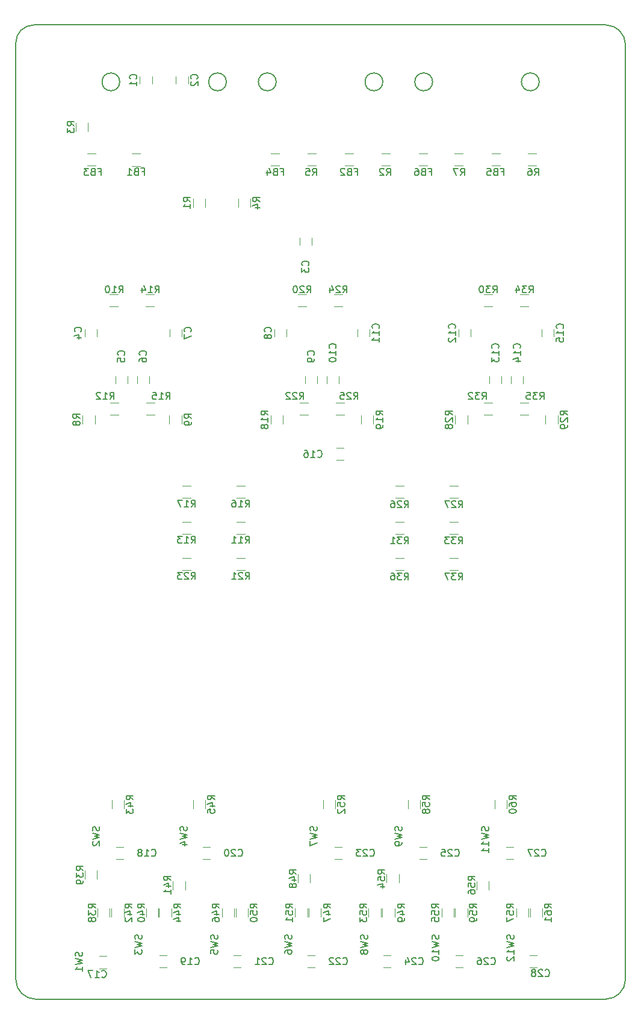
<source format=gbr>
G04 #@! TF.FileFunction,Legend,Bot*
%FSLAX46Y46*%
G04 Gerber Fmt 4.6, Leading zero omitted, Abs format (unit mm)*
G04 Created by KiCad (PCBNEW 4.0.6-e0-6349~53~ubuntu16.04.1) date Sat Aug 19 19:33:35 2017*
%MOMM*%
%LPD*%
G01*
G04 APERTURE LIST*
%ADD10C,0.100000*%
%ADD11C,0.150000*%
%ADD12C,0.120000*%
G04 APERTURE END LIST*
D10*
D11*
X115125000Y-33750000D02*
G75*
G03X115125000Y-33750000I-1250000J0D01*
G01*
X100125000Y-33750000D02*
G75*
G03X100125000Y-33750000I-1250000J0D01*
G01*
X93125000Y-33750000D02*
G75*
G03X93125000Y-33750000I-1250000J0D01*
G01*
X78125000Y-33750000D02*
G75*
G03X78125000Y-33750000I-1250000J0D01*
G01*
X56125000Y-33750000D02*
G75*
G03X56125000Y-33750000I-1250000J0D01*
G01*
X71125000Y-33750000D02*
G75*
G03X71125000Y-33750000I-1250000J0D01*
G01*
X124500000Y-162750000D02*
G75*
G03X127250000Y-160000000I0J2750000D01*
G01*
X44250000Y-162750000D02*
X124500000Y-162750000D01*
X127250000Y-28500000D02*
X127250000Y-160000000D01*
X127250000Y-28500000D02*
G75*
G03X124500000Y-25750000I-2750000J0D01*
G01*
X44000000Y-25750000D02*
X124500000Y-25750000D01*
X44000000Y-25750000D02*
G75*
G03X41500000Y-28250000I0J-2500000D01*
G01*
X41500000Y-160000000D02*
X41500000Y-28250000D01*
X41500000Y-160000000D02*
G75*
G03X44250000Y-162750000I2750000J0D01*
G01*
D12*
X58961000Y-33996000D02*
X58961000Y-32996000D01*
X60661000Y-32996000D02*
X60661000Y-33996000D01*
X65741000Y-32996000D02*
X65741000Y-33996000D01*
X64041000Y-33996000D02*
X64041000Y-32996000D01*
X81446000Y-56678200D02*
X81446000Y-55678200D01*
X83146000Y-55678200D02*
X83146000Y-56678200D01*
X51188000Y-69556000D02*
X51188000Y-68556000D01*
X52888000Y-68556000D02*
X52888000Y-69556000D01*
X57222000Y-75160000D02*
X57222000Y-76160000D01*
X55522000Y-76160000D02*
X55522000Y-75160000D01*
X60270000Y-75160000D02*
X60270000Y-76160000D01*
X58570000Y-76160000D02*
X58570000Y-75160000D01*
X64826000Y-68556000D02*
X64826000Y-69556000D01*
X63126000Y-69556000D02*
X63126000Y-68556000D01*
X77890000Y-69556000D02*
X77890000Y-68556000D01*
X79590000Y-68556000D02*
X79590000Y-69556000D01*
X83908000Y-75160000D02*
X83908000Y-76160000D01*
X82208000Y-76160000D02*
X82208000Y-75160000D01*
X86956000Y-75160000D02*
X86956000Y-76160000D01*
X85256000Y-76160000D02*
X85256000Y-75160000D01*
X91274000Y-68556000D02*
X91274000Y-69556000D01*
X89574000Y-69556000D02*
X89574000Y-68556000D01*
X103814000Y-69556000D02*
X103814000Y-68556000D01*
X105514000Y-68556000D02*
X105514000Y-69556000D01*
X109832000Y-75160000D02*
X109832000Y-76160000D01*
X108132000Y-76160000D02*
X108132000Y-75160000D01*
X112880000Y-75160000D02*
X112880000Y-76160000D01*
X111180000Y-76160000D02*
X111180000Y-75160000D01*
X117198000Y-68556000D02*
X117198000Y-69556000D01*
X115498000Y-69556000D02*
X115498000Y-68556000D01*
X86622000Y-85256000D02*
X87622000Y-85256000D01*
X87622000Y-86956000D02*
X86622000Y-86956000D01*
X53221000Y-156725000D02*
X54221000Y-156725000D01*
X54221000Y-158425000D02*
X53221000Y-158425000D01*
X56634000Y-143058000D02*
X55634000Y-143058000D01*
X55634000Y-141358000D02*
X56634000Y-141358000D01*
X62730000Y-158298000D02*
X61730000Y-158298000D01*
X61730000Y-156598000D02*
X62730000Y-156598000D01*
X68826000Y-143058000D02*
X67826000Y-143058000D01*
X67826000Y-141358000D02*
X68826000Y-141358000D01*
X73144000Y-158298000D02*
X72144000Y-158298000D01*
X72144000Y-156598000D02*
X73144000Y-156598000D01*
X83558000Y-158298000D02*
X82558000Y-158298000D01*
X82558000Y-156598000D02*
X83558000Y-156598000D01*
X87368000Y-143058000D02*
X86368000Y-143058000D01*
X86368000Y-141358000D02*
X87368000Y-141358000D01*
X94226000Y-158298000D02*
X93226000Y-158298000D01*
X93226000Y-156598000D02*
X94226000Y-156598000D01*
X99306000Y-143058000D02*
X98306000Y-143058000D01*
X98306000Y-141358000D02*
X99306000Y-141358000D01*
X104386000Y-158298000D02*
X103386000Y-158298000D01*
X103386000Y-156598000D02*
X104386000Y-156598000D01*
X111498000Y-143058000D02*
X110498000Y-143058000D01*
X110498000Y-141358000D02*
X111498000Y-141358000D01*
X114800000Y-158298000D02*
X113800000Y-158298000D01*
X113800000Y-156598000D02*
X114800000Y-156598000D01*
X92920000Y-45552000D02*
X94120000Y-45552000D01*
X94120000Y-43792000D02*
X92920000Y-43792000D01*
X49920000Y-39500000D02*
X49920000Y-40700000D01*
X51680000Y-40700000D02*
X51680000Y-39500000D01*
X113525000Y-45552000D02*
X114725000Y-45552000D01*
X114725000Y-43792000D02*
X113525000Y-43792000D01*
X113826400Y-149990000D02*
X113826400Y-151190000D01*
X115586400Y-151190000D02*
X115586400Y-149990000D01*
X108848000Y-134750000D02*
X108848000Y-135950000D01*
X110608000Y-135950000D02*
X110608000Y-134750000D01*
X103310800Y-149990000D02*
X103310800Y-151190000D01*
X105070800Y-151190000D02*
X105070800Y-149990000D01*
X96656000Y-134750000D02*
X96656000Y-135950000D01*
X98416000Y-135950000D02*
X98416000Y-134750000D01*
X113656000Y-151190000D02*
X113656000Y-149990000D01*
X111896000Y-149990000D02*
X111896000Y-151190000D01*
X106308000Y-146180000D02*
X106308000Y-147380000D01*
X108068000Y-147380000D02*
X108068000Y-146180000D01*
X103140400Y-151190000D02*
X103140400Y-149990000D01*
X101380400Y-149990000D02*
X101380400Y-151190000D01*
X93646000Y-145164000D02*
X93646000Y-146364000D01*
X95406000Y-146364000D02*
X95406000Y-145164000D01*
X91118800Y-149990000D02*
X91118800Y-151190000D01*
X92878800Y-151190000D02*
X92878800Y-149990000D01*
X84718000Y-134750000D02*
X84718000Y-135950000D01*
X86478000Y-135950000D02*
X86478000Y-134750000D01*
X80755600Y-149990000D02*
X80755600Y-151190000D01*
X82515600Y-151190000D02*
X82515600Y-149990000D01*
X72424400Y-149990000D02*
X72424400Y-151190000D01*
X74184400Y-151190000D02*
X74184400Y-149990000D01*
X94834600Y-151190000D02*
X94834600Y-149990000D01*
X93074600Y-149990000D02*
X93074600Y-151190000D01*
X81162000Y-145164000D02*
X81162000Y-146364000D01*
X82922000Y-146364000D02*
X82922000Y-145164000D01*
X84446000Y-151190000D02*
X84446000Y-149990000D01*
X82686000Y-149990000D02*
X82686000Y-151190000D01*
X72254000Y-151190000D02*
X72254000Y-149990000D01*
X70494000Y-149990000D02*
X70494000Y-151190000D01*
X66430000Y-134750000D02*
X66430000Y-135950000D01*
X68190000Y-135950000D02*
X68190000Y-134750000D01*
X59826000Y-149990000D02*
X59826000Y-151190000D01*
X61586000Y-151190000D02*
X61586000Y-149990000D01*
X54984000Y-134750000D02*
X54984000Y-135950000D01*
X56744000Y-135950000D02*
X56744000Y-134750000D01*
X52954800Y-149990000D02*
X52954800Y-151190000D01*
X54714800Y-151190000D02*
X54714800Y-149990000D01*
X63585200Y-146180000D02*
X63585200Y-147380000D01*
X65345200Y-147380000D02*
X65345200Y-146180000D01*
X63414800Y-151190000D02*
X63414800Y-149990000D01*
X61654800Y-149990000D02*
X61654800Y-151190000D01*
X51190000Y-144656000D02*
X51190000Y-145856000D01*
X52950000Y-145856000D02*
X52950000Y-144656000D01*
X56696000Y-151190000D02*
X56696000Y-149990000D01*
X54936000Y-149990000D02*
X54936000Y-151190000D01*
X102524000Y-102448000D02*
X103724000Y-102448000D01*
X103724000Y-100688000D02*
X102524000Y-100688000D01*
X94904000Y-102448000D02*
X96104000Y-102448000D01*
X96104000Y-100688000D02*
X94904000Y-100688000D01*
X112446000Y-80604000D02*
X113646000Y-80604000D01*
X113646000Y-78844000D02*
X112446000Y-78844000D01*
X113646000Y-63604000D02*
X112446000Y-63604000D01*
X112446000Y-65364000D02*
X113646000Y-65364000D01*
X102524000Y-97368000D02*
X103724000Y-97368000D01*
X103724000Y-95608000D02*
X102524000Y-95608000D01*
X108566000Y-78844000D02*
X107366000Y-78844000D01*
X107366000Y-80604000D02*
X108566000Y-80604000D01*
X94904000Y-97368000D02*
X96104000Y-97368000D01*
X96104000Y-95608000D02*
X94904000Y-95608000D01*
X108566000Y-63604000D02*
X107366000Y-63604000D01*
X107366000Y-65364000D02*
X108566000Y-65364000D01*
X117736000Y-81848000D02*
X117736000Y-80648000D01*
X115976000Y-80648000D02*
X115976000Y-81848000D01*
X105036000Y-81848000D02*
X105036000Y-80648000D01*
X103276000Y-80648000D02*
X103276000Y-81848000D01*
X102524000Y-92288000D02*
X103724000Y-92288000D01*
X103724000Y-90528000D02*
X102524000Y-90528000D01*
X94904000Y-92288000D02*
X96104000Y-92288000D01*
X96104000Y-90528000D02*
X94904000Y-90528000D01*
X86522000Y-80604000D02*
X87722000Y-80604000D01*
X87722000Y-78844000D02*
X86522000Y-78844000D01*
X87468000Y-63604000D02*
X86268000Y-63604000D01*
X86268000Y-65364000D02*
X87468000Y-65364000D01*
X66132000Y-100688000D02*
X64932000Y-100688000D01*
X64932000Y-102448000D02*
X66132000Y-102448000D01*
X82642000Y-78844000D02*
X81442000Y-78844000D01*
X81442000Y-80604000D02*
X82642000Y-80604000D01*
X73752000Y-100688000D02*
X72552000Y-100688000D01*
X72552000Y-102448000D02*
X73752000Y-102448000D01*
X82388000Y-63604000D02*
X81188000Y-63604000D01*
X81188000Y-65364000D02*
X82388000Y-65364000D01*
X91812000Y-81848000D02*
X91812000Y-80648000D01*
X90052000Y-80648000D02*
X90052000Y-81848000D01*
X79112000Y-81848000D02*
X79112000Y-80648000D01*
X77352000Y-80648000D02*
X77352000Y-81848000D01*
X66132000Y-90528000D02*
X64932000Y-90528000D01*
X64932000Y-92288000D02*
X66132000Y-92288000D01*
X73752000Y-90528000D02*
X72552000Y-90528000D01*
X72552000Y-92288000D02*
X73752000Y-92288000D01*
X59820000Y-80604000D02*
X61020000Y-80604000D01*
X61020000Y-78844000D02*
X59820000Y-78844000D01*
X60956000Y-63604000D02*
X59756000Y-63604000D01*
X59756000Y-65364000D02*
X60956000Y-65364000D01*
X66132000Y-95608000D02*
X64932000Y-95608000D01*
X64932000Y-97368000D02*
X66132000Y-97368000D01*
X55940000Y-78844000D02*
X54740000Y-78844000D01*
X54740000Y-80604000D02*
X55940000Y-80604000D01*
X73752000Y-95608000D02*
X72552000Y-95608000D01*
X72552000Y-97368000D02*
X73752000Y-97368000D01*
X55876000Y-63604000D02*
X54676000Y-63604000D01*
X54676000Y-65364000D02*
X55876000Y-65364000D01*
X64856000Y-81848000D02*
X64856000Y-80648000D01*
X63096000Y-80648000D02*
X63096000Y-81848000D01*
X52664000Y-81848000D02*
X52664000Y-80648000D01*
X50904000Y-80648000D02*
X50904000Y-81848000D01*
X104375000Y-43792000D02*
X103175000Y-43792000D01*
X103175000Y-45552000D02*
X104375000Y-45552000D01*
X83714000Y-43792000D02*
X82514000Y-43792000D01*
X82514000Y-45552000D02*
X83714000Y-45552000D01*
X72780000Y-50152000D02*
X72780000Y-51352000D01*
X74540000Y-51352000D02*
X74540000Y-50152000D01*
X68190000Y-51352000D02*
X68190000Y-50152000D01*
X66430000Y-50152000D02*
X66430000Y-51352000D01*
X98206000Y-45552000D02*
X99406000Y-45552000D01*
X99406000Y-43792000D02*
X98206000Y-43792000D01*
X108425333Y-45552000D02*
X109625333Y-45552000D01*
X109625333Y-43792000D02*
X108425333Y-43792000D01*
X77378000Y-45552000D02*
X78578000Y-45552000D01*
X78578000Y-43792000D02*
X77378000Y-43792000D01*
X51550000Y-45552000D02*
X52750000Y-45552000D01*
X52750000Y-43792000D02*
X51550000Y-43792000D01*
X87800000Y-45552000D02*
X89000000Y-45552000D01*
X89000000Y-43792000D02*
X87800000Y-43792000D01*
X59020000Y-43842000D02*
X57820000Y-43842000D01*
X57820000Y-45602000D02*
X59020000Y-45602000D01*
D11*
X58418143Y-33329334D02*
X58465762Y-33281715D01*
X58513381Y-33138858D01*
X58513381Y-33043620D01*
X58465762Y-32900762D01*
X58370524Y-32805524D01*
X58275286Y-32757905D01*
X58084810Y-32710286D01*
X57941952Y-32710286D01*
X57751476Y-32757905D01*
X57656238Y-32805524D01*
X57561000Y-32900762D01*
X57513381Y-33043620D01*
X57513381Y-33138858D01*
X57561000Y-33281715D01*
X57608619Y-33329334D01*
X58513381Y-34281715D02*
X58513381Y-33710286D01*
X58513381Y-33996000D02*
X57513381Y-33996000D01*
X57656238Y-33900762D01*
X57751476Y-33805524D01*
X57799095Y-33710286D01*
X66998143Y-33329334D02*
X67045762Y-33281715D01*
X67093381Y-33138858D01*
X67093381Y-33043620D01*
X67045762Y-32900762D01*
X66950524Y-32805524D01*
X66855286Y-32757905D01*
X66664810Y-32710286D01*
X66521952Y-32710286D01*
X66331476Y-32757905D01*
X66236238Y-32805524D01*
X66141000Y-32900762D01*
X66093381Y-33043620D01*
X66093381Y-33138858D01*
X66141000Y-33281715D01*
X66188619Y-33329334D01*
X66188619Y-33710286D02*
X66141000Y-33757905D01*
X66093381Y-33853143D01*
X66093381Y-34091239D01*
X66141000Y-34186477D01*
X66188619Y-34234096D01*
X66283857Y-34281715D01*
X66379095Y-34281715D01*
X66521952Y-34234096D01*
X67093381Y-33662667D01*
X67093381Y-34281715D01*
X82637143Y-59567534D02*
X82684762Y-59519915D01*
X82732381Y-59377058D01*
X82732381Y-59281820D01*
X82684762Y-59138962D01*
X82589524Y-59043724D01*
X82494286Y-58996105D01*
X82303810Y-58948486D01*
X82160952Y-58948486D01*
X81970476Y-58996105D01*
X81875238Y-59043724D01*
X81780000Y-59138962D01*
X81732381Y-59281820D01*
X81732381Y-59377058D01*
X81780000Y-59519915D01*
X81827619Y-59567534D01*
X81732381Y-59900867D02*
X81732381Y-60519915D01*
X82113333Y-60186581D01*
X82113333Y-60329439D01*
X82160952Y-60424677D01*
X82208571Y-60472296D01*
X82303810Y-60519915D01*
X82541905Y-60519915D01*
X82637143Y-60472296D01*
X82684762Y-60424677D01*
X82732381Y-60329439D01*
X82732381Y-60043724D01*
X82684762Y-59948486D01*
X82637143Y-59900867D01*
X50645143Y-68889334D02*
X50692762Y-68841715D01*
X50740381Y-68698858D01*
X50740381Y-68603620D01*
X50692762Y-68460762D01*
X50597524Y-68365524D01*
X50502286Y-68317905D01*
X50311810Y-68270286D01*
X50168952Y-68270286D01*
X49978476Y-68317905D01*
X49883238Y-68365524D01*
X49788000Y-68460762D01*
X49740381Y-68603620D01*
X49740381Y-68698858D01*
X49788000Y-68841715D01*
X49835619Y-68889334D01*
X50073714Y-69746477D02*
X50740381Y-69746477D01*
X49692762Y-69508381D02*
X50407048Y-69270286D01*
X50407048Y-69889334D01*
X56729143Y-72191334D02*
X56776762Y-72143715D01*
X56824381Y-72000858D01*
X56824381Y-71905620D01*
X56776762Y-71762762D01*
X56681524Y-71667524D01*
X56586286Y-71619905D01*
X56395810Y-71572286D01*
X56252952Y-71572286D01*
X56062476Y-71619905D01*
X55967238Y-71667524D01*
X55872000Y-71762762D01*
X55824381Y-71905620D01*
X55824381Y-72000858D01*
X55872000Y-72143715D01*
X55919619Y-72191334D01*
X55824381Y-73096096D02*
X55824381Y-72619905D01*
X56300571Y-72572286D01*
X56252952Y-72619905D01*
X56205333Y-72715143D01*
X56205333Y-72953239D01*
X56252952Y-73048477D01*
X56300571Y-73096096D01*
X56395810Y-73143715D01*
X56633905Y-73143715D01*
X56729143Y-73096096D01*
X56776762Y-73048477D01*
X56824381Y-72953239D01*
X56824381Y-72715143D01*
X56776762Y-72619905D01*
X56729143Y-72572286D01*
X59777143Y-72191334D02*
X59824762Y-72143715D01*
X59872381Y-72000858D01*
X59872381Y-71905620D01*
X59824762Y-71762762D01*
X59729524Y-71667524D01*
X59634286Y-71619905D01*
X59443810Y-71572286D01*
X59300952Y-71572286D01*
X59110476Y-71619905D01*
X59015238Y-71667524D01*
X58920000Y-71762762D01*
X58872381Y-71905620D01*
X58872381Y-72000858D01*
X58920000Y-72143715D01*
X58967619Y-72191334D01*
X58872381Y-73048477D02*
X58872381Y-72858000D01*
X58920000Y-72762762D01*
X58967619Y-72715143D01*
X59110476Y-72619905D01*
X59300952Y-72572286D01*
X59681905Y-72572286D01*
X59777143Y-72619905D01*
X59824762Y-72667524D01*
X59872381Y-72762762D01*
X59872381Y-72953239D01*
X59824762Y-73048477D01*
X59777143Y-73096096D01*
X59681905Y-73143715D01*
X59443810Y-73143715D01*
X59348571Y-73096096D01*
X59300952Y-73048477D01*
X59253333Y-72953239D01*
X59253333Y-72762762D01*
X59300952Y-72667524D01*
X59348571Y-72619905D01*
X59443810Y-72572286D01*
X66083143Y-68889334D02*
X66130762Y-68841715D01*
X66178381Y-68698858D01*
X66178381Y-68603620D01*
X66130762Y-68460762D01*
X66035524Y-68365524D01*
X65940286Y-68317905D01*
X65749810Y-68270286D01*
X65606952Y-68270286D01*
X65416476Y-68317905D01*
X65321238Y-68365524D01*
X65226000Y-68460762D01*
X65178381Y-68603620D01*
X65178381Y-68698858D01*
X65226000Y-68841715D01*
X65273619Y-68889334D01*
X65178381Y-69222667D02*
X65178381Y-69889334D01*
X66178381Y-69460762D01*
X77347143Y-68889334D02*
X77394762Y-68841715D01*
X77442381Y-68698858D01*
X77442381Y-68603620D01*
X77394762Y-68460762D01*
X77299524Y-68365524D01*
X77204286Y-68317905D01*
X77013810Y-68270286D01*
X76870952Y-68270286D01*
X76680476Y-68317905D01*
X76585238Y-68365524D01*
X76490000Y-68460762D01*
X76442381Y-68603620D01*
X76442381Y-68698858D01*
X76490000Y-68841715D01*
X76537619Y-68889334D01*
X76870952Y-69460762D02*
X76823333Y-69365524D01*
X76775714Y-69317905D01*
X76680476Y-69270286D01*
X76632857Y-69270286D01*
X76537619Y-69317905D01*
X76490000Y-69365524D01*
X76442381Y-69460762D01*
X76442381Y-69651239D01*
X76490000Y-69746477D01*
X76537619Y-69794096D01*
X76632857Y-69841715D01*
X76680476Y-69841715D01*
X76775714Y-69794096D01*
X76823333Y-69746477D01*
X76870952Y-69651239D01*
X76870952Y-69460762D01*
X76918571Y-69365524D01*
X76966190Y-69317905D01*
X77061429Y-69270286D01*
X77251905Y-69270286D01*
X77347143Y-69317905D01*
X77394762Y-69365524D01*
X77442381Y-69460762D01*
X77442381Y-69651239D01*
X77394762Y-69746477D01*
X77347143Y-69794096D01*
X77251905Y-69841715D01*
X77061429Y-69841715D01*
X76966190Y-69794096D01*
X76918571Y-69746477D01*
X76870952Y-69651239D01*
X83415143Y-72191334D02*
X83462762Y-72143715D01*
X83510381Y-72000858D01*
X83510381Y-71905620D01*
X83462762Y-71762762D01*
X83367524Y-71667524D01*
X83272286Y-71619905D01*
X83081810Y-71572286D01*
X82938952Y-71572286D01*
X82748476Y-71619905D01*
X82653238Y-71667524D01*
X82558000Y-71762762D01*
X82510381Y-71905620D01*
X82510381Y-72000858D01*
X82558000Y-72143715D01*
X82605619Y-72191334D01*
X83510381Y-72667524D02*
X83510381Y-72858000D01*
X83462762Y-72953239D01*
X83415143Y-73000858D01*
X83272286Y-73096096D01*
X83081810Y-73143715D01*
X82700857Y-73143715D01*
X82605619Y-73096096D01*
X82558000Y-73048477D01*
X82510381Y-72953239D01*
X82510381Y-72762762D01*
X82558000Y-72667524D01*
X82605619Y-72619905D01*
X82700857Y-72572286D01*
X82938952Y-72572286D01*
X83034190Y-72619905D01*
X83081810Y-72667524D01*
X83129429Y-72762762D01*
X83129429Y-72953239D01*
X83081810Y-73048477D01*
X83034190Y-73096096D01*
X82938952Y-73143715D01*
X86463143Y-71207143D02*
X86510762Y-71159524D01*
X86558381Y-71016667D01*
X86558381Y-70921429D01*
X86510762Y-70778571D01*
X86415524Y-70683333D01*
X86320286Y-70635714D01*
X86129810Y-70588095D01*
X85986952Y-70588095D01*
X85796476Y-70635714D01*
X85701238Y-70683333D01*
X85606000Y-70778571D01*
X85558381Y-70921429D01*
X85558381Y-71016667D01*
X85606000Y-71159524D01*
X85653619Y-71207143D01*
X86558381Y-72159524D02*
X86558381Y-71588095D01*
X86558381Y-71873809D02*
X85558381Y-71873809D01*
X85701238Y-71778571D01*
X85796476Y-71683333D01*
X85844095Y-71588095D01*
X85558381Y-72778571D02*
X85558381Y-72873810D01*
X85606000Y-72969048D01*
X85653619Y-73016667D01*
X85748857Y-73064286D01*
X85939333Y-73111905D01*
X86177429Y-73111905D01*
X86367905Y-73064286D01*
X86463143Y-73016667D01*
X86510762Y-72969048D01*
X86558381Y-72873810D01*
X86558381Y-72778571D01*
X86510762Y-72683333D01*
X86463143Y-72635714D01*
X86367905Y-72588095D01*
X86177429Y-72540476D01*
X85939333Y-72540476D01*
X85748857Y-72588095D01*
X85653619Y-72635714D01*
X85606000Y-72683333D01*
X85558381Y-72778571D01*
X92531143Y-68413143D02*
X92578762Y-68365524D01*
X92626381Y-68222667D01*
X92626381Y-68127429D01*
X92578762Y-67984571D01*
X92483524Y-67889333D01*
X92388286Y-67841714D01*
X92197810Y-67794095D01*
X92054952Y-67794095D01*
X91864476Y-67841714D01*
X91769238Y-67889333D01*
X91674000Y-67984571D01*
X91626381Y-68127429D01*
X91626381Y-68222667D01*
X91674000Y-68365524D01*
X91721619Y-68413143D01*
X92626381Y-69365524D02*
X92626381Y-68794095D01*
X92626381Y-69079809D02*
X91626381Y-69079809D01*
X91769238Y-68984571D01*
X91864476Y-68889333D01*
X91912095Y-68794095D01*
X92626381Y-70317905D02*
X92626381Y-69746476D01*
X92626381Y-70032190D02*
X91626381Y-70032190D01*
X91769238Y-69936952D01*
X91864476Y-69841714D01*
X91912095Y-69746476D01*
X103271143Y-68413143D02*
X103318762Y-68365524D01*
X103366381Y-68222667D01*
X103366381Y-68127429D01*
X103318762Y-67984571D01*
X103223524Y-67889333D01*
X103128286Y-67841714D01*
X102937810Y-67794095D01*
X102794952Y-67794095D01*
X102604476Y-67841714D01*
X102509238Y-67889333D01*
X102414000Y-67984571D01*
X102366381Y-68127429D01*
X102366381Y-68222667D01*
X102414000Y-68365524D01*
X102461619Y-68413143D01*
X103366381Y-69365524D02*
X103366381Y-68794095D01*
X103366381Y-69079809D02*
X102366381Y-69079809D01*
X102509238Y-68984571D01*
X102604476Y-68889333D01*
X102652095Y-68794095D01*
X102461619Y-69746476D02*
X102414000Y-69794095D01*
X102366381Y-69889333D01*
X102366381Y-70127429D01*
X102414000Y-70222667D01*
X102461619Y-70270286D01*
X102556857Y-70317905D01*
X102652095Y-70317905D01*
X102794952Y-70270286D01*
X103366381Y-69698857D01*
X103366381Y-70317905D01*
X109339143Y-71207143D02*
X109386762Y-71159524D01*
X109434381Y-71016667D01*
X109434381Y-70921429D01*
X109386762Y-70778571D01*
X109291524Y-70683333D01*
X109196286Y-70635714D01*
X109005810Y-70588095D01*
X108862952Y-70588095D01*
X108672476Y-70635714D01*
X108577238Y-70683333D01*
X108482000Y-70778571D01*
X108434381Y-70921429D01*
X108434381Y-71016667D01*
X108482000Y-71159524D01*
X108529619Y-71207143D01*
X109434381Y-72159524D02*
X109434381Y-71588095D01*
X109434381Y-71873809D02*
X108434381Y-71873809D01*
X108577238Y-71778571D01*
X108672476Y-71683333D01*
X108720095Y-71588095D01*
X108434381Y-72492857D02*
X108434381Y-73111905D01*
X108815333Y-72778571D01*
X108815333Y-72921429D01*
X108862952Y-73016667D01*
X108910571Y-73064286D01*
X109005810Y-73111905D01*
X109243905Y-73111905D01*
X109339143Y-73064286D01*
X109386762Y-73016667D01*
X109434381Y-72921429D01*
X109434381Y-72635714D01*
X109386762Y-72540476D01*
X109339143Y-72492857D01*
X112387143Y-71207143D02*
X112434762Y-71159524D01*
X112482381Y-71016667D01*
X112482381Y-70921429D01*
X112434762Y-70778571D01*
X112339524Y-70683333D01*
X112244286Y-70635714D01*
X112053810Y-70588095D01*
X111910952Y-70588095D01*
X111720476Y-70635714D01*
X111625238Y-70683333D01*
X111530000Y-70778571D01*
X111482381Y-70921429D01*
X111482381Y-71016667D01*
X111530000Y-71159524D01*
X111577619Y-71207143D01*
X112482381Y-72159524D02*
X112482381Y-71588095D01*
X112482381Y-71873809D02*
X111482381Y-71873809D01*
X111625238Y-71778571D01*
X111720476Y-71683333D01*
X111768095Y-71588095D01*
X111815714Y-73016667D02*
X112482381Y-73016667D01*
X111434762Y-72778571D02*
X112149048Y-72540476D01*
X112149048Y-73159524D01*
X118455143Y-68413143D02*
X118502762Y-68365524D01*
X118550381Y-68222667D01*
X118550381Y-68127429D01*
X118502762Y-67984571D01*
X118407524Y-67889333D01*
X118312286Y-67841714D01*
X118121810Y-67794095D01*
X117978952Y-67794095D01*
X117788476Y-67841714D01*
X117693238Y-67889333D01*
X117598000Y-67984571D01*
X117550381Y-68127429D01*
X117550381Y-68222667D01*
X117598000Y-68365524D01*
X117645619Y-68413143D01*
X118550381Y-69365524D02*
X118550381Y-68794095D01*
X118550381Y-69079809D02*
X117550381Y-69079809D01*
X117693238Y-68984571D01*
X117788476Y-68889333D01*
X117836095Y-68794095D01*
X117550381Y-70270286D02*
X117550381Y-69794095D01*
X118026571Y-69746476D01*
X117978952Y-69794095D01*
X117931333Y-69889333D01*
X117931333Y-70127429D01*
X117978952Y-70222667D01*
X118026571Y-70270286D01*
X118121810Y-70317905D01*
X118359905Y-70317905D01*
X118455143Y-70270286D01*
X118502762Y-70222667D01*
X118550381Y-70127429D01*
X118550381Y-69889333D01*
X118502762Y-69794095D01*
X118455143Y-69746476D01*
X83954857Y-86463143D02*
X84002476Y-86510762D01*
X84145333Y-86558381D01*
X84240571Y-86558381D01*
X84383429Y-86510762D01*
X84478667Y-86415524D01*
X84526286Y-86320286D01*
X84573905Y-86129810D01*
X84573905Y-85986952D01*
X84526286Y-85796476D01*
X84478667Y-85701238D01*
X84383429Y-85606000D01*
X84240571Y-85558381D01*
X84145333Y-85558381D01*
X84002476Y-85606000D01*
X83954857Y-85653619D01*
X83002476Y-86558381D02*
X83573905Y-86558381D01*
X83288191Y-86558381D02*
X83288191Y-85558381D01*
X83383429Y-85701238D01*
X83478667Y-85796476D01*
X83573905Y-85844095D01*
X82145333Y-85558381D02*
X82335810Y-85558381D01*
X82431048Y-85606000D01*
X82478667Y-85653619D01*
X82573905Y-85796476D01*
X82621524Y-85986952D01*
X82621524Y-86367905D01*
X82573905Y-86463143D01*
X82526286Y-86510762D01*
X82431048Y-86558381D01*
X82240571Y-86558381D01*
X82145333Y-86510762D01*
X82097714Y-86463143D01*
X82050095Y-86367905D01*
X82050095Y-86129810D01*
X82097714Y-86034571D01*
X82145333Y-85986952D01*
X82240571Y-85939333D01*
X82431048Y-85939333D01*
X82526286Y-85986952D01*
X82573905Y-86034571D01*
X82621524Y-86129810D01*
X53601857Y-159615143D02*
X53649476Y-159662762D01*
X53792333Y-159710381D01*
X53887571Y-159710381D01*
X54030429Y-159662762D01*
X54125667Y-159567524D01*
X54173286Y-159472286D01*
X54220905Y-159281810D01*
X54220905Y-159138952D01*
X54173286Y-158948476D01*
X54125667Y-158853238D01*
X54030429Y-158758000D01*
X53887571Y-158710381D01*
X53792333Y-158710381D01*
X53649476Y-158758000D01*
X53601857Y-158805619D01*
X52649476Y-159710381D02*
X53220905Y-159710381D01*
X52935191Y-159710381D02*
X52935191Y-158710381D01*
X53030429Y-158853238D01*
X53125667Y-158948476D01*
X53220905Y-158996095D01*
X52316143Y-158710381D02*
X51649476Y-158710381D01*
X52078048Y-159710381D01*
X60586857Y-142565143D02*
X60634476Y-142612762D01*
X60777333Y-142660381D01*
X60872571Y-142660381D01*
X61015429Y-142612762D01*
X61110667Y-142517524D01*
X61158286Y-142422286D01*
X61205905Y-142231810D01*
X61205905Y-142088952D01*
X61158286Y-141898476D01*
X61110667Y-141803238D01*
X61015429Y-141708000D01*
X60872571Y-141660381D01*
X60777333Y-141660381D01*
X60634476Y-141708000D01*
X60586857Y-141755619D01*
X59634476Y-142660381D02*
X60205905Y-142660381D01*
X59920191Y-142660381D02*
X59920191Y-141660381D01*
X60015429Y-141803238D01*
X60110667Y-141898476D01*
X60205905Y-141946095D01*
X59063048Y-142088952D02*
X59158286Y-142041333D01*
X59205905Y-141993714D01*
X59253524Y-141898476D01*
X59253524Y-141850857D01*
X59205905Y-141755619D01*
X59158286Y-141708000D01*
X59063048Y-141660381D01*
X58872571Y-141660381D01*
X58777333Y-141708000D01*
X58729714Y-141755619D01*
X58682095Y-141850857D01*
X58682095Y-141898476D01*
X58729714Y-141993714D01*
X58777333Y-142041333D01*
X58872571Y-142088952D01*
X59063048Y-142088952D01*
X59158286Y-142136571D01*
X59205905Y-142184190D01*
X59253524Y-142279429D01*
X59253524Y-142469905D01*
X59205905Y-142565143D01*
X59158286Y-142612762D01*
X59063048Y-142660381D01*
X58872571Y-142660381D01*
X58777333Y-142612762D01*
X58729714Y-142565143D01*
X58682095Y-142469905D01*
X58682095Y-142279429D01*
X58729714Y-142184190D01*
X58777333Y-142136571D01*
X58872571Y-142088952D01*
X66682857Y-157805143D02*
X66730476Y-157852762D01*
X66873333Y-157900381D01*
X66968571Y-157900381D01*
X67111429Y-157852762D01*
X67206667Y-157757524D01*
X67254286Y-157662286D01*
X67301905Y-157471810D01*
X67301905Y-157328952D01*
X67254286Y-157138476D01*
X67206667Y-157043238D01*
X67111429Y-156948000D01*
X66968571Y-156900381D01*
X66873333Y-156900381D01*
X66730476Y-156948000D01*
X66682857Y-156995619D01*
X65730476Y-157900381D02*
X66301905Y-157900381D01*
X66016191Y-157900381D02*
X66016191Y-156900381D01*
X66111429Y-157043238D01*
X66206667Y-157138476D01*
X66301905Y-157186095D01*
X65254286Y-157900381D02*
X65063810Y-157900381D01*
X64968571Y-157852762D01*
X64920952Y-157805143D01*
X64825714Y-157662286D01*
X64778095Y-157471810D01*
X64778095Y-157090857D01*
X64825714Y-156995619D01*
X64873333Y-156948000D01*
X64968571Y-156900381D01*
X65159048Y-156900381D01*
X65254286Y-156948000D01*
X65301905Y-156995619D01*
X65349524Y-157090857D01*
X65349524Y-157328952D01*
X65301905Y-157424190D01*
X65254286Y-157471810D01*
X65159048Y-157519429D01*
X64968571Y-157519429D01*
X64873333Y-157471810D01*
X64825714Y-157424190D01*
X64778095Y-157328952D01*
X72778857Y-142565143D02*
X72826476Y-142612762D01*
X72969333Y-142660381D01*
X73064571Y-142660381D01*
X73207429Y-142612762D01*
X73302667Y-142517524D01*
X73350286Y-142422286D01*
X73397905Y-142231810D01*
X73397905Y-142088952D01*
X73350286Y-141898476D01*
X73302667Y-141803238D01*
X73207429Y-141708000D01*
X73064571Y-141660381D01*
X72969333Y-141660381D01*
X72826476Y-141708000D01*
X72778857Y-141755619D01*
X72397905Y-141755619D02*
X72350286Y-141708000D01*
X72255048Y-141660381D01*
X72016952Y-141660381D01*
X71921714Y-141708000D01*
X71874095Y-141755619D01*
X71826476Y-141850857D01*
X71826476Y-141946095D01*
X71874095Y-142088952D01*
X72445524Y-142660381D01*
X71826476Y-142660381D01*
X71207429Y-141660381D02*
X71112190Y-141660381D01*
X71016952Y-141708000D01*
X70969333Y-141755619D01*
X70921714Y-141850857D01*
X70874095Y-142041333D01*
X70874095Y-142279429D01*
X70921714Y-142469905D01*
X70969333Y-142565143D01*
X71016952Y-142612762D01*
X71112190Y-142660381D01*
X71207429Y-142660381D01*
X71302667Y-142612762D01*
X71350286Y-142565143D01*
X71397905Y-142469905D01*
X71445524Y-142279429D01*
X71445524Y-142041333D01*
X71397905Y-141850857D01*
X71350286Y-141755619D01*
X71302667Y-141708000D01*
X71207429Y-141660381D01*
X77096857Y-157805143D02*
X77144476Y-157852762D01*
X77287333Y-157900381D01*
X77382571Y-157900381D01*
X77525429Y-157852762D01*
X77620667Y-157757524D01*
X77668286Y-157662286D01*
X77715905Y-157471810D01*
X77715905Y-157328952D01*
X77668286Y-157138476D01*
X77620667Y-157043238D01*
X77525429Y-156948000D01*
X77382571Y-156900381D01*
X77287333Y-156900381D01*
X77144476Y-156948000D01*
X77096857Y-156995619D01*
X76715905Y-156995619D02*
X76668286Y-156948000D01*
X76573048Y-156900381D01*
X76334952Y-156900381D01*
X76239714Y-156948000D01*
X76192095Y-156995619D01*
X76144476Y-157090857D01*
X76144476Y-157186095D01*
X76192095Y-157328952D01*
X76763524Y-157900381D01*
X76144476Y-157900381D01*
X75192095Y-157900381D02*
X75763524Y-157900381D01*
X75477810Y-157900381D02*
X75477810Y-156900381D01*
X75573048Y-157043238D01*
X75668286Y-157138476D01*
X75763524Y-157186095D01*
X87510857Y-157805143D02*
X87558476Y-157852762D01*
X87701333Y-157900381D01*
X87796571Y-157900381D01*
X87939429Y-157852762D01*
X88034667Y-157757524D01*
X88082286Y-157662286D01*
X88129905Y-157471810D01*
X88129905Y-157328952D01*
X88082286Y-157138476D01*
X88034667Y-157043238D01*
X87939429Y-156948000D01*
X87796571Y-156900381D01*
X87701333Y-156900381D01*
X87558476Y-156948000D01*
X87510857Y-156995619D01*
X87129905Y-156995619D02*
X87082286Y-156948000D01*
X86987048Y-156900381D01*
X86748952Y-156900381D01*
X86653714Y-156948000D01*
X86606095Y-156995619D01*
X86558476Y-157090857D01*
X86558476Y-157186095D01*
X86606095Y-157328952D01*
X87177524Y-157900381D01*
X86558476Y-157900381D01*
X86177524Y-156995619D02*
X86129905Y-156948000D01*
X86034667Y-156900381D01*
X85796571Y-156900381D01*
X85701333Y-156948000D01*
X85653714Y-156995619D01*
X85606095Y-157090857D01*
X85606095Y-157186095D01*
X85653714Y-157328952D01*
X86225143Y-157900381D01*
X85606095Y-157900381D01*
X91320857Y-142565143D02*
X91368476Y-142612762D01*
X91511333Y-142660381D01*
X91606571Y-142660381D01*
X91749429Y-142612762D01*
X91844667Y-142517524D01*
X91892286Y-142422286D01*
X91939905Y-142231810D01*
X91939905Y-142088952D01*
X91892286Y-141898476D01*
X91844667Y-141803238D01*
X91749429Y-141708000D01*
X91606571Y-141660381D01*
X91511333Y-141660381D01*
X91368476Y-141708000D01*
X91320857Y-141755619D01*
X90939905Y-141755619D02*
X90892286Y-141708000D01*
X90797048Y-141660381D01*
X90558952Y-141660381D01*
X90463714Y-141708000D01*
X90416095Y-141755619D01*
X90368476Y-141850857D01*
X90368476Y-141946095D01*
X90416095Y-142088952D01*
X90987524Y-142660381D01*
X90368476Y-142660381D01*
X90035143Y-141660381D02*
X89416095Y-141660381D01*
X89749429Y-142041333D01*
X89606571Y-142041333D01*
X89511333Y-142088952D01*
X89463714Y-142136571D01*
X89416095Y-142231810D01*
X89416095Y-142469905D01*
X89463714Y-142565143D01*
X89511333Y-142612762D01*
X89606571Y-142660381D01*
X89892286Y-142660381D01*
X89987524Y-142612762D01*
X90035143Y-142565143D01*
X98178857Y-157805143D02*
X98226476Y-157852762D01*
X98369333Y-157900381D01*
X98464571Y-157900381D01*
X98607429Y-157852762D01*
X98702667Y-157757524D01*
X98750286Y-157662286D01*
X98797905Y-157471810D01*
X98797905Y-157328952D01*
X98750286Y-157138476D01*
X98702667Y-157043238D01*
X98607429Y-156948000D01*
X98464571Y-156900381D01*
X98369333Y-156900381D01*
X98226476Y-156948000D01*
X98178857Y-156995619D01*
X97797905Y-156995619D02*
X97750286Y-156948000D01*
X97655048Y-156900381D01*
X97416952Y-156900381D01*
X97321714Y-156948000D01*
X97274095Y-156995619D01*
X97226476Y-157090857D01*
X97226476Y-157186095D01*
X97274095Y-157328952D01*
X97845524Y-157900381D01*
X97226476Y-157900381D01*
X96369333Y-157233714D02*
X96369333Y-157900381D01*
X96607429Y-156852762D02*
X96845524Y-157567048D01*
X96226476Y-157567048D01*
X103258857Y-142565143D02*
X103306476Y-142612762D01*
X103449333Y-142660381D01*
X103544571Y-142660381D01*
X103687429Y-142612762D01*
X103782667Y-142517524D01*
X103830286Y-142422286D01*
X103877905Y-142231810D01*
X103877905Y-142088952D01*
X103830286Y-141898476D01*
X103782667Y-141803238D01*
X103687429Y-141708000D01*
X103544571Y-141660381D01*
X103449333Y-141660381D01*
X103306476Y-141708000D01*
X103258857Y-141755619D01*
X102877905Y-141755619D02*
X102830286Y-141708000D01*
X102735048Y-141660381D01*
X102496952Y-141660381D01*
X102401714Y-141708000D01*
X102354095Y-141755619D01*
X102306476Y-141850857D01*
X102306476Y-141946095D01*
X102354095Y-142088952D01*
X102925524Y-142660381D01*
X102306476Y-142660381D01*
X101401714Y-141660381D02*
X101877905Y-141660381D01*
X101925524Y-142136571D01*
X101877905Y-142088952D01*
X101782667Y-142041333D01*
X101544571Y-142041333D01*
X101449333Y-142088952D01*
X101401714Y-142136571D01*
X101354095Y-142231810D01*
X101354095Y-142469905D01*
X101401714Y-142565143D01*
X101449333Y-142612762D01*
X101544571Y-142660381D01*
X101782667Y-142660381D01*
X101877905Y-142612762D01*
X101925524Y-142565143D01*
X108338857Y-157805143D02*
X108386476Y-157852762D01*
X108529333Y-157900381D01*
X108624571Y-157900381D01*
X108767429Y-157852762D01*
X108862667Y-157757524D01*
X108910286Y-157662286D01*
X108957905Y-157471810D01*
X108957905Y-157328952D01*
X108910286Y-157138476D01*
X108862667Y-157043238D01*
X108767429Y-156948000D01*
X108624571Y-156900381D01*
X108529333Y-156900381D01*
X108386476Y-156948000D01*
X108338857Y-156995619D01*
X107957905Y-156995619D02*
X107910286Y-156948000D01*
X107815048Y-156900381D01*
X107576952Y-156900381D01*
X107481714Y-156948000D01*
X107434095Y-156995619D01*
X107386476Y-157090857D01*
X107386476Y-157186095D01*
X107434095Y-157328952D01*
X108005524Y-157900381D01*
X107386476Y-157900381D01*
X106529333Y-156900381D02*
X106719810Y-156900381D01*
X106815048Y-156948000D01*
X106862667Y-156995619D01*
X106957905Y-157138476D01*
X107005524Y-157328952D01*
X107005524Y-157709905D01*
X106957905Y-157805143D01*
X106910286Y-157852762D01*
X106815048Y-157900381D01*
X106624571Y-157900381D01*
X106529333Y-157852762D01*
X106481714Y-157805143D01*
X106434095Y-157709905D01*
X106434095Y-157471810D01*
X106481714Y-157376571D01*
X106529333Y-157328952D01*
X106624571Y-157281333D01*
X106815048Y-157281333D01*
X106910286Y-157328952D01*
X106957905Y-157376571D01*
X107005524Y-157471810D01*
X115450857Y-142565143D02*
X115498476Y-142612762D01*
X115641333Y-142660381D01*
X115736571Y-142660381D01*
X115879429Y-142612762D01*
X115974667Y-142517524D01*
X116022286Y-142422286D01*
X116069905Y-142231810D01*
X116069905Y-142088952D01*
X116022286Y-141898476D01*
X115974667Y-141803238D01*
X115879429Y-141708000D01*
X115736571Y-141660381D01*
X115641333Y-141660381D01*
X115498476Y-141708000D01*
X115450857Y-141755619D01*
X115069905Y-141755619D02*
X115022286Y-141708000D01*
X114927048Y-141660381D01*
X114688952Y-141660381D01*
X114593714Y-141708000D01*
X114546095Y-141755619D01*
X114498476Y-141850857D01*
X114498476Y-141946095D01*
X114546095Y-142088952D01*
X115117524Y-142660381D01*
X114498476Y-142660381D01*
X114165143Y-141660381D02*
X113498476Y-141660381D01*
X113927048Y-142660381D01*
X115958857Y-159488143D02*
X116006476Y-159535762D01*
X116149333Y-159583381D01*
X116244571Y-159583381D01*
X116387429Y-159535762D01*
X116482667Y-159440524D01*
X116530286Y-159345286D01*
X116577905Y-159154810D01*
X116577905Y-159011952D01*
X116530286Y-158821476D01*
X116482667Y-158726238D01*
X116387429Y-158631000D01*
X116244571Y-158583381D01*
X116149333Y-158583381D01*
X116006476Y-158631000D01*
X115958857Y-158678619D01*
X115577905Y-158678619D02*
X115530286Y-158631000D01*
X115435048Y-158583381D01*
X115196952Y-158583381D01*
X115101714Y-158631000D01*
X115054095Y-158678619D01*
X115006476Y-158773857D01*
X115006476Y-158869095D01*
X115054095Y-159011952D01*
X115625524Y-159583381D01*
X115006476Y-159583381D01*
X114435048Y-159011952D02*
X114530286Y-158964333D01*
X114577905Y-158916714D01*
X114625524Y-158821476D01*
X114625524Y-158773857D01*
X114577905Y-158678619D01*
X114530286Y-158631000D01*
X114435048Y-158583381D01*
X114244571Y-158583381D01*
X114149333Y-158631000D01*
X114101714Y-158678619D01*
X114054095Y-158773857D01*
X114054095Y-158821476D01*
X114101714Y-158916714D01*
X114149333Y-158964333D01*
X114244571Y-159011952D01*
X114435048Y-159011952D01*
X114530286Y-159059571D01*
X114577905Y-159107190D01*
X114625524Y-159202429D01*
X114625524Y-159392905D01*
X114577905Y-159488143D01*
X114530286Y-159535762D01*
X114435048Y-159583381D01*
X114244571Y-159583381D01*
X114149333Y-159535762D01*
X114101714Y-159488143D01*
X114054095Y-159392905D01*
X114054095Y-159202429D01*
X114101714Y-159107190D01*
X114149333Y-159059571D01*
X114244571Y-159011952D01*
X111529762Y-153733666D02*
X111577381Y-153876523D01*
X111577381Y-154114619D01*
X111529762Y-154209857D01*
X111482143Y-154257476D01*
X111386905Y-154305095D01*
X111291667Y-154305095D01*
X111196429Y-154257476D01*
X111148810Y-154209857D01*
X111101190Y-154114619D01*
X111053571Y-153924142D01*
X111005952Y-153828904D01*
X110958333Y-153781285D01*
X110863095Y-153733666D01*
X110767857Y-153733666D01*
X110672619Y-153781285D01*
X110625000Y-153828904D01*
X110577381Y-153924142D01*
X110577381Y-154162238D01*
X110625000Y-154305095D01*
X110577381Y-154638428D02*
X111577381Y-154876523D01*
X110863095Y-155067000D01*
X111577381Y-155257476D01*
X110577381Y-155495571D01*
X111577381Y-156400333D02*
X111577381Y-155828904D01*
X111577381Y-156114618D02*
X110577381Y-156114618D01*
X110720238Y-156019380D01*
X110815476Y-155924142D01*
X110863095Y-155828904D01*
X110672619Y-156781285D02*
X110625000Y-156828904D01*
X110577381Y-156924142D01*
X110577381Y-157162238D01*
X110625000Y-157257476D01*
X110672619Y-157305095D01*
X110767857Y-157352714D01*
X110863095Y-157352714D01*
X111005952Y-157305095D01*
X111577381Y-156733666D01*
X111577381Y-157352714D01*
X107973762Y-138525476D02*
X108021381Y-138668333D01*
X108021381Y-138906429D01*
X107973762Y-139001667D01*
X107926143Y-139049286D01*
X107830905Y-139096905D01*
X107735667Y-139096905D01*
X107640429Y-139049286D01*
X107592810Y-139001667D01*
X107545190Y-138906429D01*
X107497571Y-138715952D01*
X107449952Y-138620714D01*
X107402333Y-138573095D01*
X107307095Y-138525476D01*
X107211857Y-138525476D01*
X107116619Y-138573095D01*
X107069000Y-138620714D01*
X107021381Y-138715952D01*
X107021381Y-138954048D01*
X107069000Y-139096905D01*
X107021381Y-139430238D02*
X108021381Y-139668333D01*
X107307095Y-139858810D01*
X108021381Y-140049286D01*
X107021381Y-140287381D01*
X108021381Y-141192143D02*
X108021381Y-140620714D01*
X108021381Y-140906428D02*
X107021381Y-140906428D01*
X107164238Y-140811190D01*
X107259476Y-140715952D01*
X107307095Y-140620714D01*
X108021381Y-142144524D02*
X108021381Y-141573095D01*
X108021381Y-141858809D02*
X107021381Y-141858809D01*
X107164238Y-141763571D01*
X107259476Y-141668333D01*
X107307095Y-141573095D01*
X100988762Y-153733666D02*
X101036381Y-153876523D01*
X101036381Y-154114619D01*
X100988762Y-154209857D01*
X100941143Y-154257476D01*
X100845905Y-154305095D01*
X100750667Y-154305095D01*
X100655429Y-154257476D01*
X100607810Y-154209857D01*
X100560190Y-154114619D01*
X100512571Y-153924142D01*
X100464952Y-153828904D01*
X100417333Y-153781285D01*
X100322095Y-153733666D01*
X100226857Y-153733666D01*
X100131619Y-153781285D01*
X100084000Y-153828904D01*
X100036381Y-153924142D01*
X100036381Y-154162238D01*
X100084000Y-154305095D01*
X100036381Y-154638428D02*
X101036381Y-154876523D01*
X100322095Y-155067000D01*
X101036381Y-155257476D01*
X100036381Y-155495571D01*
X101036381Y-156400333D02*
X101036381Y-155828904D01*
X101036381Y-156114618D02*
X100036381Y-156114618D01*
X100179238Y-156019380D01*
X100274476Y-155924142D01*
X100322095Y-155828904D01*
X100036381Y-157019380D02*
X100036381Y-157114619D01*
X100084000Y-157209857D01*
X100131619Y-157257476D01*
X100226857Y-157305095D01*
X100417333Y-157352714D01*
X100655429Y-157352714D01*
X100845905Y-157305095D01*
X100941143Y-157257476D01*
X100988762Y-157209857D01*
X101036381Y-157114619D01*
X101036381Y-157019380D01*
X100988762Y-156924142D01*
X100941143Y-156876523D01*
X100845905Y-156828904D01*
X100655429Y-156781285D01*
X100417333Y-156781285D01*
X100226857Y-156828904D01*
X100131619Y-156876523D01*
X100084000Y-156924142D01*
X100036381Y-157019380D01*
X95781762Y-138493667D02*
X95829381Y-138636524D01*
X95829381Y-138874620D01*
X95781762Y-138969858D01*
X95734143Y-139017477D01*
X95638905Y-139065096D01*
X95543667Y-139065096D01*
X95448429Y-139017477D01*
X95400810Y-138969858D01*
X95353190Y-138874620D01*
X95305571Y-138684143D01*
X95257952Y-138588905D01*
X95210333Y-138541286D01*
X95115095Y-138493667D01*
X95019857Y-138493667D01*
X94924619Y-138541286D01*
X94877000Y-138588905D01*
X94829381Y-138684143D01*
X94829381Y-138922239D01*
X94877000Y-139065096D01*
X94829381Y-139398429D02*
X95829381Y-139636524D01*
X95115095Y-139827001D01*
X95829381Y-140017477D01*
X94829381Y-140255572D01*
X95829381Y-140684143D02*
X95829381Y-140874619D01*
X95781762Y-140969858D01*
X95734143Y-141017477D01*
X95591286Y-141112715D01*
X95400810Y-141160334D01*
X95019857Y-141160334D01*
X94924619Y-141112715D01*
X94877000Y-141065096D01*
X94829381Y-140969858D01*
X94829381Y-140779381D01*
X94877000Y-140684143D01*
X94924619Y-140636524D01*
X95019857Y-140588905D01*
X95257952Y-140588905D01*
X95353190Y-140636524D01*
X95400810Y-140684143D01*
X95448429Y-140779381D01*
X95448429Y-140969858D01*
X95400810Y-141065096D01*
X95353190Y-141112715D01*
X95257952Y-141160334D01*
X90955762Y-153733667D02*
X91003381Y-153876524D01*
X91003381Y-154114620D01*
X90955762Y-154209858D01*
X90908143Y-154257477D01*
X90812905Y-154305096D01*
X90717667Y-154305096D01*
X90622429Y-154257477D01*
X90574810Y-154209858D01*
X90527190Y-154114620D01*
X90479571Y-153924143D01*
X90431952Y-153828905D01*
X90384333Y-153781286D01*
X90289095Y-153733667D01*
X90193857Y-153733667D01*
X90098619Y-153781286D01*
X90051000Y-153828905D01*
X90003381Y-153924143D01*
X90003381Y-154162239D01*
X90051000Y-154305096D01*
X90003381Y-154638429D02*
X91003381Y-154876524D01*
X90289095Y-155067001D01*
X91003381Y-155257477D01*
X90003381Y-155495572D01*
X90431952Y-156019381D02*
X90384333Y-155924143D01*
X90336714Y-155876524D01*
X90241476Y-155828905D01*
X90193857Y-155828905D01*
X90098619Y-155876524D01*
X90051000Y-155924143D01*
X90003381Y-156019381D01*
X90003381Y-156209858D01*
X90051000Y-156305096D01*
X90098619Y-156352715D01*
X90193857Y-156400334D01*
X90241476Y-156400334D01*
X90336714Y-156352715D01*
X90384333Y-156305096D01*
X90431952Y-156209858D01*
X90431952Y-156019381D01*
X90479571Y-155924143D01*
X90527190Y-155876524D01*
X90622429Y-155828905D01*
X90812905Y-155828905D01*
X90908143Y-155876524D01*
X90955762Y-155924143D01*
X91003381Y-156019381D01*
X91003381Y-156209858D01*
X90955762Y-156305096D01*
X90908143Y-156352715D01*
X90812905Y-156400334D01*
X90622429Y-156400334D01*
X90527190Y-156352715D01*
X90479571Y-156305096D01*
X90431952Y-156209858D01*
X83843762Y-138493667D02*
X83891381Y-138636524D01*
X83891381Y-138874620D01*
X83843762Y-138969858D01*
X83796143Y-139017477D01*
X83700905Y-139065096D01*
X83605667Y-139065096D01*
X83510429Y-139017477D01*
X83462810Y-138969858D01*
X83415190Y-138874620D01*
X83367571Y-138684143D01*
X83319952Y-138588905D01*
X83272333Y-138541286D01*
X83177095Y-138493667D01*
X83081857Y-138493667D01*
X82986619Y-138541286D01*
X82939000Y-138588905D01*
X82891381Y-138684143D01*
X82891381Y-138922239D01*
X82939000Y-139065096D01*
X82891381Y-139398429D02*
X83891381Y-139636524D01*
X83177095Y-139827001D01*
X83891381Y-140017477D01*
X82891381Y-140255572D01*
X82891381Y-140541286D02*
X82891381Y-141207953D01*
X83891381Y-140779381D01*
X80287762Y-153733667D02*
X80335381Y-153876524D01*
X80335381Y-154114620D01*
X80287762Y-154209858D01*
X80240143Y-154257477D01*
X80144905Y-154305096D01*
X80049667Y-154305096D01*
X79954429Y-154257477D01*
X79906810Y-154209858D01*
X79859190Y-154114620D01*
X79811571Y-153924143D01*
X79763952Y-153828905D01*
X79716333Y-153781286D01*
X79621095Y-153733667D01*
X79525857Y-153733667D01*
X79430619Y-153781286D01*
X79383000Y-153828905D01*
X79335381Y-153924143D01*
X79335381Y-154162239D01*
X79383000Y-154305096D01*
X79335381Y-154638429D02*
X80335381Y-154876524D01*
X79621095Y-155067001D01*
X80335381Y-155257477D01*
X79335381Y-155495572D01*
X79335381Y-156305096D02*
X79335381Y-156114619D01*
X79383000Y-156019381D01*
X79430619Y-155971762D01*
X79573476Y-155876524D01*
X79763952Y-155828905D01*
X80144905Y-155828905D01*
X80240143Y-155876524D01*
X80287762Y-155924143D01*
X80335381Y-156019381D01*
X80335381Y-156209858D01*
X80287762Y-156305096D01*
X80240143Y-156352715D01*
X80144905Y-156400334D01*
X79906810Y-156400334D01*
X79811571Y-156352715D01*
X79763952Y-156305096D01*
X79716333Y-156209858D01*
X79716333Y-156019381D01*
X79763952Y-155924143D01*
X79811571Y-155876524D01*
X79906810Y-155828905D01*
X69873762Y-153733667D02*
X69921381Y-153876524D01*
X69921381Y-154114620D01*
X69873762Y-154209858D01*
X69826143Y-154257477D01*
X69730905Y-154305096D01*
X69635667Y-154305096D01*
X69540429Y-154257477D01*
X69492810Y-154209858D01*
X69445190Y-154114620D01*
X69397571Y-153924143D01*
X69349952Y-153828905D01*
X69302333Y-153781286D01*
X69207095Y-153733667D01*
X69111857Y-153733667D01*
X69016619Y-153781286D01*
X68969000Y-153828905D01*
X68921381Y-153924143D01*
X68921381Y-154162239D01*
X68969000Y-154305096D01*
X68921381Y-154638429D02*
X69921381Y-154876524D01*
X69207095Y-155067001D01*
X69921381Y-155257477D01*
X68921381Y-155495572D01*
X68921381Y-156352715D02*
X68921381Y-155876524D01*
X69397571Y-155828905D01*
X69349952Y-155876524D01*
X69302333Y-155971762D01*
X69302333Y-156209858D01*
X69349952Y-156305096D01*
X69397571Y-156352715D01*
X69492810Y-156400334D01*
X69730905Y-156400334D01*
X69826143Y-156352715D01*
X69873762Y-156305096D01*
X69921381Y-156209858D01*
X69921381Y-155971762D01*
X69873762Y-155876524D01*
X69826143Y-155828905D01*
X65555762Y-138493667D02*
X65603381Y-138636524D01*
X65603381Y-138874620D01*
X65555762Y-138969858D01*
X65508143Y-139017477D01*
X65412905Y-139065096D01*
X65317667Y-139065096D01*
X65222429Y-139017477D01*
X65174810Y-138969858D01*
X65127190Y-138874620D01*
X65079571Y-138684143D01*
X65031952Y-138588905D01*
X64984333Y-138541286D01*
X64889095Y-138493667D01*
X64793857Y-138493667D01*
X64698619Y-138541286D01*
X64651000Y-138588905D01*
X64603381Y-138684143D01*
X64603381Y-138922239D01*
X64651000Y-139065096D01*
X64603381Y-139398429D02*
X65603381Y-139636524D01*
X64889095Y-139827001D01*
X65603381Y-140017477D01*
X64603381Y-140255572D01*
X64936714Y-141065096D02*
X65603381Y-141065096D01*
X64555762Y-140827000D02*
X65270048Y-140588905D01*
X65270048Y-141207953D01*
X59205762Y-153733667D02*
X59253381Y-153876524D01*
X59253381Y-154114620D01*
X59205762Y-154209858D01*
X59158143Y-154257477D01*
X59062905Y-154305096D01*
X58967667Y-154305096D01*
X58872429Y-154257477D01*
X58824810Y-154209858D01*
X58777190Y-154114620D01*
X58729571Y-153924143D01*
X58681952Y-153828905D01*
X58634333Y-153781286D01*
X58539095Y-153733667D01*
X58443857Y-153733667D01*
X58348619Y-153781286D01*
X58301000Y-153828905D01*
X58253381Y-153924143D01*
X58253381Y-154162239D01*
X58301000Y-154305096D01*
X58253381Y-154638429D02*
X59253381Y-154876524D01*
X58539095Y-155067001D01*
X59253381Y-155257477D01*
X58253381Y-155495572D01*
X58253381Y-155781286D02*
X58253381Y-156400334D01*
X58634333Y-156067000D01*
X58634333Y-156209858D01*
X58681952Y-156305096D01*
X58729571Y-156352715D01*
X58824810Y-156400334D01*
X59062905Y-156400334D01*
X59158143Y-156352715D01*
X59205762Y-156305096D01*
X59253381Y-156209858D01*
X59253381Y-155924143D01*
X59205762Y-155828905D01*
X59158143Y-155781286D01*
X53236762Y-138493667D02*
X53284381Y-138636524D01*
X53284381Y-138874620D01*
X53236762Y-138969858D01*
X53189143Y-139017477D01*
X53093905Y-139065096D01*
X52998667Y-139065096D01*
X52903429Y-139017477D01*
X52855810Y-138969858D01*
X52808190Y-138874620D01*
X52760571Y-138684143D01*
X52712952Y-138588905D01*
X52665333Y-138541286D01*
X52570095Y-138493667D01*
X52474857Y-138493667D01*
X52379619Y-138541286D01*
X52332000Y-138588905D01*
X52284381Y-138684143D01*
X52284381Y-138922239D01*
X52332000Y-139065096D01*
X52284381Y-139398429D02*
X53284381Y-139636524D01*
X52570095Y-139827001D01*
X53284381Y-140017477D01*
X52284381Y-140255572D01*
X52379619Y-140588905D02*
X52332000Y-140636524D01*
X52284381Y-140731762D01*
X52284381Y-140969858D01*
X52332000Y-141065096D01*
X52379619Y-141112715D01*
X52474857Y-141160334D01*
X52570095Y-141160334D01*
X52712952Y-141112715D01*
X53284381Y-140541286D01*
X53284381Y-141160334D01*
X50823762Y-156146667D02*
X50871381Y-156289524D01*
X50871381Y-156527620D01*
X50823762Y-156622858D01*
X50776143Y-156670477D01*
X50680905Y-156718096D01*
X50585667Y-156718096D01*
X50490429Y-156670477D01*
X50442810Y-156622858D01*
X50395190Y-156527620D01*
X50347571Y-156337143D01*
X50299952Y-156241905D01*
X50252333Y-156194286D01*
X50157095Y-156146667D01*
X50061857Y-156146667D01*
X49966619Y-156194286D01*
X49919000Y-156241905D01*
X49871381Y-156337143D01*
X49871381Y-156575239D01*
X49919000Y-156718096D01*
X49871381Y-157051429D02*
X50871381Y-157289524D01*
X50157095Y-157480001D01*
X50871381Y-157670477D01*
X49871381Y-157908572D01*
X50871381Y-158813334D02*
X50871381Y-158241905D01*
X50871381Y-158527619D02*
X49871381Y-158527619D01*
X50014238Y-158432381D01*
X50109476Y-158337143D01*
X50157095Y-158241905D01*
X93638666Y-46902381D02*
X93972000Y-46426190D01*
X94210095Y-46902381D02*
X94210095Y-45902381D01*
X93829142Y-45902381D01*
X93733904Y-45950000D01*
X93686285Y-45997619D01*
X93638666Y-46092857D01*
X93638666Y-46235714D01*
X93686285Y-46330952D01*
X93733904Y-46378571D01*
X93829142Y-46426190D01*
X94210095Y-46426190D01*
X93257714Y-45997619D02*
X93210095Y-45950000D01*
X93114857Y-45902381D01*
X92876761Y-45902381D01*
X92781523Y-45950000D01*
X92733904Y-45997619D01*
X92686285Y-46092857D01*
X92686285Y-46188095D01*
X92733904Y-46330952D01*
X93305333Y-46902381D01*
X92686285Y-46902381D01*
X49728381Y-39933334D02*
X49252190Y-39600000D01*
X49728381Y-39361905D02*
X48728381Y-39361905D01*
X48728381Y-39742858D01*
X48776000Y-39838096D01*
X48823619Y-39885715D01*
X48918857Y-39933334D01*
X49061714Y-39933334D01*
X49156952Y-39885715D01*
X49204571Y-39838096D01*
X49252190Y-39742858D01*
X49252190Y-39361905D01*
X48728381Y-40266667D02*
X48728381Y-40885715D01*
X49109333Y-40552381D01*
X49109333Y-40695239D01*
X49156952Y-40790477D01*
X49204571Y-40838096D01*
X49299810Y-40885715D01*
X49537905Y-40885715D01*
X49633143Y-40838096D01*
X49680762Y-40790477D01*
X49728381Y-40695239D01*
X49728381Y-40409524D01*
X49680762Y-40314286D01*
X49633143Y-40266667D01*
X114466666Y-46902381D02*
X114800000Y-46426190D01*
X115038095Y-46902381D02*
X115038095Y-45902381D01*
X114657142Y-45902381D01*
X114561904Y-45950000D01*
X114514285Y-45997619D01*
X114466666Y-46092857D01*
X114466666Y-46235714D01*
X114514285Y-46330952D01*
X114561904Y-46378571D01*
X114657142Y-46426190D01*
X115038095Y-46426190D01*
X113609523Y-45902381D02*
X113800000Y-45902381D01*
X113895238Y-45950000D01*
X113942857Y-45997619D01*
X114038095Y-46140476D01*
X114085714Y-46330952D01*
X114085714Y-46711905D01*
X114038095Y-46807143D01*
X113990476Y-46854762D01*
X113895238Y-46902381D01*
X113704761Y-46902381D01*
X113609523Y-46854762D01*
X113561904Y-46807143D01*
X113514285Y-46711905D01*
X113514285Y-46473810D01*
X113561904Y-46378571D01*
X113609523Y-46330952D01*
X113704761Y-46283333D01*
X113895238Y-46283333D01*
X113990476Y-46330952D01*
X114038095Y-46378571D01*
X114085714Y-46473810D01*
X116858781Y-149947143D02*
X116382590Y-149613809D01*
X116858781Y-149375714D02*
X115858781Y-149375714D01*
X115858781Y-149756667D01*
X115906400Y-149851905D01*
X115954019Y-149899524D01*
X116049257Y-149947143D01*
X116192114Y-149947143D01*
X116287352Y-149899524D01*
X116334971Y-149851905D01*
X116382590Y-149756667D01*
X116382590Y-149375714D01*
X115858781Y-150804286D02*
X115858781Y-150613809D01*
X115906400Y-150518571D01*
X115954019Y-150470952D01*
X116096876Y-150375714D01*
X116287352Y-150328095D01*
X116668305Y-150328095D01*
X116763543Y-150375714D01*
X116811162Y-150423333D01*
X116858781Y-150518571D01*
X116858781Y-150709048D01*
X116811162Y-150804286D01*
X116763543Y-150851905D01*
X116668305Y-150899524D01*
X116430210Y-150899524D01*
X116334971Y-150851905D01*
X116287352Y-150804286D01*
X116239733Y-150709048D01*
X116239733Y-150518571D01*
X116287352Y-150423333D01*
X116334971Y-150375714D01*
X116430210Y-150328095D01*
X116858781Y-151851905D02*
X116858781Y-151280476D01*
X116858781Y-151566190D02*
X115858781Y-151566190D01*
X116001638Y-151470952D01*
X116096876Y-151375714D01*
X116144495Y-151280476D01*
X111880381Y-134707143D02*
X111404190Y-134373809D01*
X111880381Y-134135714D02*
X110880381Y-134135714D01*
X110880381Y-134516667D01*
X110928000Y-134611905D01*
X110975619Y-134659524D01*
X111070857Y-134707143D01*
X111213714Y-134707143D01*
X111308952Y-134659524D01*
X111356571Y-134611905D01*
X111404190Y-134516667D01*
X111404190Y-134135714D01*
X110880381Y-135564286D02*
X110880381Y-135373809D01*
X110928000Y-135278571D01*
X110975619Y-135230952D01*
X111118476Y-135135714D01*
X111308952Y-135088095D01*
X111689905Y-135088095D01*
X111785143Y-135135714D01*
X111832762Y-135183333D01*
X111880381Y-135278571D01*
X111880381Y-135469048D01*
X111832762Y-135564286D01*
X111785143Y-135611905D01*
X111689905Y-135659524D01*
X111451810Y-135659524D01*
X111356571Y-135611905D01*
X111308952Y-135564286D01*
X111261333Y-135469048D01*
X111261333Y-135278571D01*
X111308952Y-135183333D01*
X111356571Y-135135714D01*
X111451810Y-135088095D01*
X110880381Y-136278571D02*
X110880381Y-136373810D01*
X110928000Y-136469048D01*
X110975619Y-136516667D01*
X111070857Y-136564286D01*
X111261333Y-136611905D01*
X111499429Y-136611905D01*
X111689905Y-136564286D01*
X111785143Y-136516667D01*
X111832762Y-136469048D01*
X111880381Y-136373810D01*
X111880381Y-136278571D01*
X111832762Y-136183333D01*
X111785143Y-136135714D01*
X111689905Y-136088095D01*
X111499429Y-136040476D01*
X111261333Y-136040476D01*
X111070857Y-136088095D01*
X110975619Y-136135714D01*
X110928000Y-136183333D01*
X110880381Y-136278571D01*
X106343181Y-149947143D02*
X105866990Y-149613809D01*
X106343181Y-149375714D02*
X105343181Y-149375714D01*
X105343181Y-149756667D01*
X105390800Y-149851905D01*
X105438419Y-149899524D01*
X105533657Y-149947143D01*
X105676514Y-149947143D01*
X105771752Y-149899524D01*
X105819371Y-149851905D01*
X105866990Y-149756667D01*
X105866990Y-149375714D01*
X105343181Y-150851905D02*
X105343181Y-150375714D01*
X105819371Y-150328095D01*
X105771752Y-150375714D01*
X105724133Y-150470952D01*
X105724133Y-150709048D01*
X105771752Y-150804286D01*
X105819371Y-150851905D01*
X105914610Y-150899524D01*
X106152705Y-150899524D01*
X106247943Y-150851905D01*
X106295562Y-150804286D01*
X106343181Y-150709048D01*
X106343181Y-150470952D01*
X106295562Y-150375714D01*
X106247943Y-150328095D01*
X106343181Y-151375714D02*
X106343181Y-151566190D01*
X106295562Y-151661429D01*
X106247943Y-151709048D01*
X106105086Y-151804286D01*
X105914610Y-151851905D01*
X105533657Y-151851905D01*
X105438419Y-151804286D01*
X105390800Y-151756667D01*
X105343181Y-151661429D01*
X105343181Y-151470952D01*
X105390800Y-151375714D01*
X105438419Y-151328095D01*
X105533657Y-151280476D01*
X105771752Y-151280476D01*
X105866990Y-151328095D01*
X105914610Y-151375714D01*
X105962229Y-151470952D01*
X105962229Y-151661429D01*
X105914610Y-151756667D01*
X105866990Y-151804286D01*
X105771752Y-151851905D01*
X99688381Y-134707143D02*
X99212190Y-134373809D01*
X99688381Y-134135714D02*
X98688381Y-134135714D01*
X98688381Y-134516667D01*
X98736000Y-134611905D01*
X98783619Y-134659524D01*
X98878857Y-134707143D01*
X99021714Y-134707143D01*
X99116952Y-134659524D01*
X99164571Y-134611905D01*
X99212190Y-134516667D01*
X99212190Y-134135714D01*
X98688381Y-135611905D02*
X98688381Y-135135714D01*
X99164571Y-135088095D01*
X99116952Y-135135714D01*
X99069333Y-135230952D01*
X99069333Y-135469048D01*
X99116952Y-135564286D01*
X99164571Y-135611905D01*
X99259810Y-135659524D01*
X99497905Y-135659524D01*
X99593143Y-135611905D01*
X99640762Y-135564286D01*
X99688381Y-135469048D01*
X99688381Y-135230952D01*
X99640762Y-135135714D01*
X99593143Y-135088095D01*
X99116952Y-136230952D02*
X99069333Y-136135714D01*
X99021714Y-136088095D01*
X98926476Y-136040476D01*
X98878857Y-136040476D01*
X98783619Y-136088095D01*
X98736000Y-136135714D01*
X98688381Y-136230952D01*
X98688381Y-136421429D01*
X98736000Y-136516667D01*
X98783619Y-136564286D01*
X98878857Y-136611905D01*
X98926476Y-136611905D01*
X99021714Y-136564286D01*
X99069333Y-136516667D01*
X99116952Y-136421429D01*
X99116952Y-136230952D01*
X99164571Y-136135714D01*
X99212190Y-136088095D01*
X99307429Y-136040476D01*
X99497905Y-136040476D01*
X99593143Y-136088095D01*
X99640762Y-136135714D01*
X99688381Y-136230952D01*
X99688381Y-136421429D01*
X99640762Y-136516667D01*
X99593143Y-136564286D01*
X99497905Y-136611905D01*
X99307429Y-136611905D01*
X99212190Y-136564286D01*
X99164571Y-136516667D01*
X99116952Y-136421429D01*
X111528381Y-149947143D02*
X111052190Y-149613809D01*
X111528381Y-149375714D02*
X110528381Y-149375714D01*
X110528381Y-149756667D01*
X110576000Y-149851905D01*
X110623619Y-149899524D01*
X110718857Y-149947143D01*
X110861714Y-149947143D01*
X110956952Y-149899524D01*
X111004571Y-149851905D01*
X111052190Y-149756667D01*
X111052190Y-149375714D01*
X110528381Y-150851905D02*
X110528381Y-150375714D01*
X111004571Y-150328095D01*
X110956952Y-150375714D01*
X110909333Y-150470952D01*
X110909333Y-150709048D01*
X110956952Y-150804286D01*
X111004571Y-150851905D01*
X111099810Y-150899524D01*
X111337905Y-150899524D01*
X111433143Y-150851905D01*
X111480762Y-150804286D01*
X111528381Y-150709048D01*
X111528381Y-150470952D01*
X111480762Y-150375714D01*
X111433143Y-150328095D01*
X110528381Y-151232857D02*
X110528381Y-151899524D01*
X111528381Y-151470952D01*
X106116381Y-146042143D02*
X105640190Y-145708809D01*
X106116381Y-145470714D02*
X105116381Y-145470714D01*
X105116381Y-145851667D01*
X105164000Y-145946905D01*
X105211619Y-145994524D01*
X105306857Y-146042143D01*
X105449714Y-146042143D01*
X105544952Y-145994524D01*
X105592571Y-145946905D01*
X105640190Y-145851667D01*
X105640190Y-145470714D01*
X105116381Y-146946905D02*
X105116381Y-146470714D01*
X105592571Y-146423095D01*
X105544952Y-146470714D01*
X105497333Y-146565952D01*
X105497333Y-146804048D01*
X105544952Y-146899286D01*
X105592571Y-146946905D01*
X105687810Y-146994524D01*
X105925905Y-146994524D01*
X106021143Y-146946905D01*
X106068762Y-146899286D01*
X106116381Y-146804048D01*
X106116381Y-146565952D01*
X106068762Y-146470714D01*
X106021143Y-146423095D01*
X105116381Y-147851667D02*
X105116381Y-147661190D01*
X105164000Y-147565952D01*
X105211619Y-147518333D01*
X105354476Y-147423095D01*
X105544952Y-147375476D01*
X105925905Y-147375476D01*
X106021143Y-147423095D01*
X106068762Y-147470714D01*
X106116381Y-147565952D01*
X106116381Y-147756429D01*
X106068762Y-147851667D01*
X106021143Y-147899286D01*
X105925905Y-147946905D01*
X105687810Y-147946905D01*
X105592571Y-147899286D01*
X105544952Y-147851667D01*
X105497333Y-147756429D01*
X105497333Y-147565952D01*
X105544952Y-147470714D01*
X105592571Y-147423095D01*
X105687810Y-147375476D01*
X101012781Y-149947143D02*
X100536590Y-149613809D01*
X101012781Y-149375714D02*
X100012781Y-149375714D01*
X100012781Y-149756667D01*
X100060400Y-149851905D01*
X100108019Y-149899524D01*
X100203257Y-149947143D01*
X100346114Y-149947143D01*
X100441352Y-149899524D01*
X100488971Y-149851905D01*
X100536590Y-149756667D01*
X100536590Y-149375714D01*
X100012781Y-150851905D02*
X100012781Y-150375714D01*
X100488971Y-150328095D01*
X100441352Y-150375714D01*
X100393733Y-150470952D01*
X100393733Y-150709048D01*
X100441352Y-150804286D01*
X100488971Y-150851905D01*
X100584210Y-150899524D01*
X100822305Y-150899524D01*
X100917543Y-150851905D01*
X100965162Y-150804286D01*
X101012781Y-150709048D01*
X101012781Y-150470952D01*
X100965162Y-150375714D01*
X100917543Y-150328095D01*
X100012781Y-151804286D02*
X100012781Y-151328095D01*
X100488971Y-151280476D01*
X100441352Y-151328095D01*
X100393733Y-151423333D01*
X100393733Y-151661429D01*
X100441352Y-151756667D01*
X100488971Y-151804286D01*
X100584210Y-151851905D01*
X100822305Y-151851905D01*
X100917543Y-151804286D01*
X100965162Y-151756667D01*
X101012781Y-151661429D01*
X101012781Y-151423333D01*
X100965162Y-151328095D01*
X100917543Y-151280476D01*
X93416381Y-145153143D02*
X92940190Y-144819809D01*
X93416381Y-144581714D02*
X92416381Y-144581714D01*
X92416381Y-144962667D01*
X92464000Y-145057905D01*
X92511619Y-145105524D01*
X92606857Y-145153143D01*
X92749714Y-145153143D01*
X92844952Y-145105524D01*
X92892571Y-145057905D01*
X92940190Y-144962667D01*
X92940190Y-144581714D01*
X92416381Y-146057905D02*
X92416381Y-145581714D01*
X92892571Y-145534095D01*
X92844952Y-145581714D01*
X92797333Y-145676952D01*
X92797333Y-145915048D01*
X92844952Y-146010286D01*
X92892571Y-146057905D01*
X92987810Y-146105524D01*
X93225905Y-146105524D01*
X93321143Y-146057905D01*
X93368762Y-146010286D01*
X93416381Y-145915048D01*
X93416381Y-145676952D01*
X93368762Y-145581714D01*
X93321143Y-145534095D01*
X92749714Y-146962667D02*
X93416381Y-146962667D01*
X92368762Y-146724571D02*
X93083048Y-146486476D01*
X93083048Y-147105524D01*
X90876381Y-149947143D02*
X90400190Y-149613809D01*
X90876381Y-149375714D02*
X89876381Y-149375714D01*
X89876381Y-149756667D01*
X89924000Y-149851905D01*
X89971619Y-149899524D01*
X90066857Y-149947143D01*
X90209714Y-149947143D01*
X90304952Y-149899524D01*
X90352571Y-149851905D01*
X90400190Y-149756667D01*
X90400190Y-149375714D01*
X89876381Y-150851905D02*
X89876381Y-150375714D01*
X90352571Y-150328095D01*
X90304952Y-150375714D01*
X90257333Y-150470952D01*
X90257333Y-150709048D01*
X90304952Y-150804286D01*
X90352571Y-150851905D01*
X90447810Y-150899524D01*
X90685905Y-150899524D01*
X90781143Y-150851905D01*
X90828762Y-150804286D01*
X90876381Y-150709048D01*
X90876381Y-150470952D01*
X90828762Y-150375714D01*
X90781143Y-150328095D01*
X89876381Y-151232857D02*
X89876381Y-151851905D01*
X90257333Y-151518571D01*
X90257333Y-151661429D01*
X90304952Y-151756667D01*
X90352571Y-151804286D01*
X90447810Y-151851905D01*
X90685905Y-151851905D01*
X90781143Y-151804286D01*
X90828762Y-151756667D01*
X90876381Y-151661429D01*
X90876381Y-151375714D01*
X90828762Y-151280476D01*
X90781143Y-151232857D01*
X87750381Y-134707143D02*
X87274190Y-134373809D01*
X87750381Y-134135714D02*
X86750381Y-134135714D01*
X86750381Y-134516667D01*
X86798000Y-134611905D01*
X86845619Y-134659524D01*
X86940857Y-134707143D01*
X87083714Y-134707143D01*
X87178952Y-134659524D01*
X87226571Y-134611905D01*
X87274190Y-134516667D01*
X87274190Y-134135714D01*
X86750381Y-135611905D02*
X86750381Y-135135714D01*
X87226571Y-135088095D01*
X87178952Y-135135714D01*
X87131333Y-135230952D01*
X87131333Y-135469048D01*
X87178952Y-135564286D01*
X87226571Y-135611905D01*
X87321810Y-135659524D01*
X87559905Y-135659524D01*
X87655143Y-135611905D01*
X87702762Y-135564286D01*
X87750381Y-135469048D01*
X87750381Y-135230952D01*
X87702762Y-135135714D01*
X87655143Y-135088095D01*
X86845619Y-136040476D02*
X86798000Y-136088095D01*
X86750381Y-136183333D01*
X86750381Y-136421429D01*
X86798000Y-136516667D01*
X86845619Y-136564286D01*
X86940857Y-136611905D01*
X87036095Y-136611905D01*
X87178952Y-136564286D01*
X87750381Y-135992857D01*
X87750381Y-136611905D01*
X80462381Y-149947143D02*
X79986190Y-149613809D01*
X80462381Y-149375714D02*
X79462381Y-149375714D01*
X79462381Y-149756667D01*
X79510000Y-149851905D01*
X79557619Y-149899524D01*
X79652857Y-149947143D01*
X79795714Y-149947143D01*
X79890952Y-149899524D01*
X79938571Y-149851905D01*
X79986190Y-149756667D01*
X79986190Y-149375714D01*
X79462381Y-150851905D02*
X79462381Y-150375714D01*
X79938571Y-150328095D01*
X79890952Y-150375714D01*
X79843333Y-150470952D01*
X79843333Y-150709048D01*
X79890952Y-150804286D01*
X79938571Y-150851905D01*
X80033810Y-150899524D01*
X80271905Y-150899524D01*
X80367143Y-150851905D01*
X80414762Y-150804286D01*
X80462381Y-150709048D01*
X80462381Y-150470952D01*
X80414762Y-150375714D01*
X80367143Y-150328095D01*
X80462381Y-151851905D02*
X80462381Y-151280476D01*
X80462381Y-151566190D02*
X79462381Y-151566190D01*
X79605238Y-151470952D01*
X79700476Y-151375714D01*
X79748095Y-151280476D01*
X75456781Y-149947143D02*
X74980590Y-149613809D01*
X75456781Y-149375714D02*
X74456781Y-149375714D01*
X74456781Y-149756667D01*
X74504400Y-149851905D01*
X74552019Y-149899524D01*
X74647257Y-149947143D01*
X74790114Y-149947143D01*
X74885352Y-149899524D01*
X74932971Y-149851905D01*
X74980590Y-149756667D01*
X74980590Y-149375714D01*
X74456781Y-150851905D02*
X74456781Y-150375714D01*
X74932971Y-150328095D01*
X74885352Y-150375714D01*
X74837733Y-150470952D01*
X74837733Y-150709048D01*
X74885352Y-150804286D01*
X74932971Y-150851905D01*
X75028210Y-150899524D01*
X75266305Y-150899524D01*
X75361543Y-150851905D01*
X75409162Y-150804286D01*
X75456781Y-150709048D01*
X75456781Y-150470952D01*
X75409162Y-150375714D01*
X75361543Y-150328095D01*
X74456781Y-151518571D02*
X74456781Y-151613810D01*
X74504400Y-151709048D01*
X74552019Y-151756667D01*
X74647257Y-151804286D01*
X74837733Y-151851905D01*
X75075829Y-151851905D01*
X75266305Y-151804286D01*
X75361543Y-151756667D01*
X75409162Y-151709048D01*
X75456781Y-151613810D01*
X75456781Y-151518571D01*
X75409162Y-151423333D01*
X75361543Y-151375714D01*
X75266305Y-151328095D01*
X75075829Y-151280476D01*
X74837733Y-151280476D01*
X74647257Y-151328095D01*
X74552019Y-151375714D01*
X74504400Y-151423333D01*
X74456781Y-151518571D01*
X96210381Y-149947143D02*
X95734190Y-149613809D01*
X96210381Y-149375714D02*
X95210381Y-149375714D01*
X95210381Y-149756667D01*
X95258000Y-149851905D01*
X95305619Y-149899524D01*
X95400857Y-149947143D01*
X95543714Y-149947143D01*
X95638952Y-149899524D01*
X95686571Y-149851905D01*
X95734190Y-149756667D01*
X95734190Y-149375714D01*
X95543714Y-150804286D02*
X96210381Y-150804286D01*
X95162762Y-150566190D02*
X95877048Y-150328095D01*
X95877048Y-150947143D01*
X96210381Y-151375714D02*
X96210381Y-151566190D01*
X96162762Y-151661429D01*
X96115143Y-151709048D01*
X95972286Y-151804286D01*
X95781810Y-151851905D01*
X95400857Y-151851905D01*
X95305619Y-151804286D01*
X95258000Y-151756667D01*
X95210381Y-151661429D01*
X95210381Y-151470952D01*
X95258000Y-151375714D01*
X95305619Y-151328095D01*
X95400857Y-151280476D01*
X95638952Y-151280476D01*
X95734190Y-151328095D01*
X95781810Y-151375714D01*
X95829429Y-151470952D01*
X95829429Y-151661429D01*
X95781810Y-151756667D01*
X95734190Y-151804286D01*
X95638952Y-151851905D01*
X80970381Y-145153143D02*
X80494190Y-144819809D01*
X80970381Y-144581714D02*
X79970381Y-144581714D01*
X79970381Y-144962667D01*
X80018000Y-145057905D01*
X80065619Y-145105524D01*
X80160857Y-145153143D01*
X80303714Y-145153143D01*
X80398952Y-145105524D01*
X80446571Y-145057905D01*
X80494190Y-144962667D01*
X80494190Y-144581714D01*
X80303714Y-146010286D02*
X80970381Y-146010286D01*
X79922762Y-145772190D02*
X80637048Y-145534095D01*
X80637048Y-146153143D01*
X80398952Y-146676952D02*
X80351333Y-146581714D01*
X80303714Y-146534095D01*
X80208476Y-146486476D01*
X80160857Y-146486476D01*
X80065619Y-146534095D01*
X80018000Y-146581714D01*
X79970381Y-146676952D01*
X79970381Y-146867429D01*
X80018000Y-146962667D01*
X80065619Y-147010286D01*
X80160857Y-147057905D01*
X80208476Y-147057905D01*
X80303714Y-147010286D01*
X80351333Y-146962667D01*
X80398952Y-146867429D01*
X80398952Y-146676952D01*
X80446571Y-146581714D01*
X80494190Y-146534095D01*
X80589429Y-146486476D01*
X80779905Y-146486476D01*
X80875143Y-146534095D01*
X80922762Y-146581714D01*
X80970381Y-146676952D01*
X80970381Y-146867429D01*
X80922762Y-146962667D01*
X80875143Y-147010286D01*
X80779905Y-147057905D01*
X80589429Y-147057905D01*
X80494190Y-147010286D01*
X80446571Y-146962667D01*
X80398952Y-146867429D01*
X85796381Y-149947143D02*
X85320190Y-149613809D01*
X85796381Y-149375714D02*
X84796381Y-149375714D01*
X84796381Y-149756667D01*
X84844000Y-149851905D01*
X84891619Y-149899524D01*
X84986857Y-149947143D01*
X85129714Y-149947143D01*
X85224952Y-149899524D01*
X85272571Y-149851905D01*
X85320190Y-149756667D01*
X85320190Y-149375714D01*
X85129714Y-150804286D02*
X85796381Y-150804286D01*
X84748762Y-150566190D02*
X85463048Y-150328095D01*
X85463048Y-150947143D01*
X84796381Y-151232857D02*
X84796381Y-151899524D01*
X85796381Y-151470952D01*
X70126381Y-149947143D02*
X69650190Y-149613809D01*
X70126381Y-149375714D02*
X69126381Y-149375714D01*
X69126381Y-149756667D01*
X69174000Y-149851905D01*
X69221619Y-149899524D01*
X69316857Y-149947143D01*
X69459714Y-149947143D01*
X69554952Y-149899524D01*
X69602571Y-149851905D01*
X69650190Y-149756667D01*
X69650190Y-149375714D01*
X69459714Y-150804286D02*
X70126381Y-150804286D01*
X69078762Y-150566190D02*
X69793048Y-150328095D01*
X69793048Y-150947143D01*
X69126381Y-151756667D02*
X69126381Y-151566190D01*
X69174000Y-151470952D01*
X69221619Y-151423333D01*
X69364476Y-151328095D01*
X69554952Y-151280476D01*
X69935905Y-151280476D01*
X70031143Y-151328095D01*
X70078762Y-151375714D01*
X70126381Y-151470952D01*
X70126381Y-151661429D01*
X70078762Y-151756667D01*
X70031143Y-151804286D01*
X69935905Y-151851905D01*
X69697810Y-151851905D01*
X69602571Y-151804286D01*
X69554952Y-151756667D01*
X69507333Y-151661429D01*
X69507333Y-151470952D01*
X69554952Y-151375714D01*
X69602571Y-151328095D01*
X69697810Y-151280476D01*
X69462381Y-134707143D02*
X68986190Y-134373809D01*
X69462381Y-134135714D02*
X68462381Y-134135714D01*
X68462381Y-134516667D01*
X68510000Y-134611905D01*
X68557619Y-134659524D01*
X68652857Y-134707143D01*
X68795714Y-134707143D01*
X68890952Y-134659524D01*
X68938571Y-134611905D01*
X68986190Y-134516667D01*
X68986190Y-134135714D01*
X68795714Y-135564286D02*
X69462381Y-135564286D01*
X68414762Y-135326190D02*
X69129048Y-135088095D01*
X69129048Y-135707143D01*
X68462381Y-136564286D02*
X68462381Y-136088095D01*
X68938571Y-136040476D01*
X68890952Y-136088095D01*
X68843333Y-136183333D01*
X68843333Y-136421429D01*
X68890952Y-136516667D01*
X68938571Y-136564286D01*
X69033810Y-136611905D01*
X69271905Y-136611905D01*
X69367143Y-136564286D01*
X69414762Y-136516667D01*
X69462381Y-136421429D01*
X69462381Y-136183333D01*
X69414762Y-136088095D01*
X69367143Y-136040476D01*
X64714381Y-149947143D02*
X64238190Y-149613809D01*
X64714381Y-149375714D02*
X63714381Y-149375714D01*
X63714381Y-149756667D01*
X63762000Y-149851905D01*
X63809619Y-149899524D01*
X63904857Y-149947143D01*
X64047714Y-149947143D01*
X64142952Y-149899524D01*
X64190571Y-149851905D01*
X64238190Y-149756667D01*
X64238190Y-149375714D01*
X64047714Y-150804286D02*
X64714381Y-150804286D01*
X63666762Y-150566190D02*
X64381048Y-150328095D01*
X64381048Y-150947143D01*
X64047714Y-151756667D02*
X64714381Y-151756667D01*
X63666762Y-151518571D02*
X64381048Y-151280476D01*
X64381048Y-151899524D01*
X58016381Y-134707143D02*
X57540190Y-134373809D01*
X58016381Y-134135714D02*
X57016381Y-134135714D01*
X57016381Y-134516667D01*
X57064000Y-134611905D01*
X57111619Y-134659524D01*
X57206857Y-134707143D01*
X57349714Y-134707143D01*
X57444952Y-134659524D01*
X57492571Y-134611905D01*
X57540190Y-134516667D01*
X57540190Y-134135714D01*
X57349714Y-135564286D02*
X58016381Y-135564286D01*
X56968762Y-135326190D02*
X57683048Y-135088095D01*
X57683048Y-135707143D01*
X57016381Y-135992857D02*
X57016381Y-136611905D01*
X57397333Y-136278571D01*
X57397333Y-136421429D01*
X57444952Y-136516667D01*
X57492571Y-136564286D01*
X57587810Y-136611905D01*
X57825905Y-136611905D01*
X57921143Y-136564286D01*
X57968762Y-136516667D01*
X58016381Y-136421429D01*
X58016381Y-136135714D01*
X57968762Y-136040476D01*
X57921143Y-135992857D01*
X57856381Y-149947143D02*
X57380190Y-149613809D01*
X57856381Y-149375714D02*
X56856381Y-149375714D01*
X56856381Y-149756667D01*
X56904000Y-149851905D01*
X56951619Y-149899524D01*
X57046857Y-149947143D01*
X57189714Y-149947143D01*
X57284952Y-149899524D01*
X57332571Y-149851905D01*
X57380190Y-149756667D01*
X57380190Y-149375714D01*
X57189714Y-150804286D02*
X57856381Y-150804286D01*
X56808762Y-150566190D02*
X57523048Y-150328095D01*
X57523048Y-150947143D01*
X56951619Y-151280476D02*
X56904000Y-151328095D01*
X56856381Y-151423333D01*
X56856381Y-151661429D01*
X56904000Y-151756667D01*
X56951619Y-151804286D01*
X57046857Y-151851905D01*
X57142095Y-151851905D01*
X57284952Y-151804286D01*
X57856381Y-151232857D01*
X57856381Y-151851905D01*
X63317381Y-146042143D02*
X62841190Y-145708809D01*
X63317381Y-145470714D02*
X62317381Y-145470714D01*
X62317381Y-145851667D01*
X62365000Y-145946905D01*
X62412619Y-145994524D01*
X62507857Y-146042143D01*
X62650714Y-146042143D01*
X62745952Y-145994524D01*
X62793571Y-145946905D01*
X62841190Y-145851667D01*
X62841190Y-145470714D01*
X62650714Y-146899286D02*
X63317381Y-146899286D01*
X62269762Y-146661190D02*
X62984048Y-146423095D01*
X62984048Y-147042143D01*
X63317381Y-147946905D02*
X63317381Y-147375476D01*
X63317381Y-147661190D02*
X62317381Y-147661190D01*
X62460238Y-147565952D01*
X62555476Y-147470714D01*
X62603095Y-147375476D01*
X59634381Y-149947143D02*
X59158190Y-149613809D01*
X59634381Y-149375714D02*
X58634381Y-149375714D01*
X58634381Y-149756667D01*
X58682000Y-149851905D01*
X58729619Y-149899524D01*
X58824857Y-149947143D01*
X58967714Y-149947143D01*
X59062952Y-149899524D01*
X59110571Y-149851905D01*
X59158190Y-149756667D01*
X59158190Y-149375714D01*
X58967714Y-150804286D02*
X59634381Y-150804286D01*
X58586762Y-150566190D02*
X59301048Y-150328095D01*
X59301048Y-150947143D01*
X58634381Y-151518571D02*
X58634381Y-151613810D01*
X58682000Y-151709048D01*
X58729619Y-151756667D01*
X58824857Y-151804286D01*
X59015333Y-151851905D01*
X59253429Y-151851905D01*
X59443905Y-151804286D01*
X59539143Y-151756667D01*
X59586762Y-151709048D01*
X59634381Y-151613810D01*
X59634381Y-151518571D01*
X59586762Y-151423333D01*
X59539143Y-151375714D01*
X59443905Y-151328095D01*
X59253429Y-151280476D01*
X59015333Y-151280476D01*
X58824857Y-151328095D01*
X58729619Y-151375714D01*
X58682000Y-151423333D01*
X58634381Y-151518571D01*
X50998381Y-144645143D02*
X50522190Y-144311809D01*
X50998381Y-144073714D02*
X49998381Y-144073714D01*
X49998381Y-144454667D01*
X50046000Y-144549905D01*
X50093619Y-144597524D01*
X50188857Y-144645143D01*
X50331714Y-144645143D01*
X50426952Y-144597524D01*
X50474571Y-144549905D01*
X50522190Y-144454667D01*
X50522190Y-144073714D01*
X49998381Y-144978476D02*
X49998381Y-145597524D01*
X50379333Y-145264190D01*
X50379333Y-145407048D01*
X50426952Y-145502286D01*
X50474571Y-145549905D01*
X50569810Y-145597524D01*
X50807905Y-145597524D01*
X50903143Y-145549905D01*
X50950762Y-145502286D01*
X50998381Y-145407048D01*
X50998381Y-145121333D01*
X50950762Y-145026095D01*
X50903143Y-144978476D01*
X50998381Y-146073714D02*
X50998381Y-146264190D01*
X50950762Y-146359429D01*
X50903143Y-146407048D01*
X50760286Y-146502286D01*
X50569810Y-146549905D01*
X50188857Y-146549905D01*
X50093619Y-146502286D01*
X50046000Y-146454667D01*
X49998381Y-146359429D01*
X49998381Y-146168952D01*
X50046000Y-146073714D01*
X50093619Y-146026095D01*
X50188857Y-145978476D01*
X50426952Y-145978476D01*
X50522190Y-146026095D01*
X50569810Y-146073714D01*
X50617429Y-146168952D01*
X50617429Y-146359429D01*
X50569810Y-146454667D01*
X50522190Y-146502286D01*
X50426952Y-146549905D01*
X52712381Y-149947143D02*
X52236190Y-149613809D01*
X52712381Y-149375714D02*
X51712381Y-149375714D01*
X51712381Y-149756667D01*
X51760000Y-149851905D01*
X51807619Y-149899524D01*
X51902857Y-149947143D01*
X52045714Y-149947143D01*
X52140952Y-149899524D01*
X52188571Y-149851905D01*
X52236190Y-149756667D01*
X52236190Y-149375714D01*
X51712381Y-150280476D02*
X51712381Y-150899524D01*
X52093333Y-150566190D01*
X52093333Y-150709048D01*
X52140952Y-150804286D01*
X52188571Y-150851905D01*
X52283810Y-150899524D01*
X52521905Y-150899524D01*
X52617143Y-150851905D01*
X52664762Y-150804286D01*
X52712381Y-150709048D01*
X52712381Y-150423333D01*
X52664762Y-150328095D01*
X52617143Y-150280476D01*
X52140952Y-151470952D02*
X52093333Y-151375714D01*
X52045714Y-151328095D01*
X51950476Y-151280476D01*
X51902857Y-151280476D01*
X51807619Y-151328095D01*
X51760000Y-151375714D01*
X51712381Y-151470952D01*
X51712381Y-151661429D01*
X51760000Y-151756667D01*
X51807619Y-151804286D01*
X51902857Y-151851905D01*
X51950476Y-151851905D01*
X52045714Y-151804286D01*
X52093333Y-151756667D01*
X52140952Y-151661429D01*
X52140952Y-151470952D01*
X52188571Y-151375714D01*
X52236190Y-151328095D01*
X52331429Y-151280476D01*
X52521905Y-151280476D01*
X52617143Y-151328095D01*
X52664762Y-151375714D01*
X52712381Y-151470952D01*
X52712381Y-151661429D01*
X52664762Y-151756667D01*
X52617143Y-151804286D01*
X52521905Y-151851905D01*
X52331429Y-151851905D01*
X52236190Y-151804286D01*
X52188571Y-151756667D01*
X52140952Y-151661429D01*
X103766857Y-103798381D02*
X104100191Y-103322190D01*
X104338286Y-103798381D02*
X104338286Y-102798381D01*
X103957333Y-102798381D01*
X103862095Y-102846000D01*
X103814476Y-102893619D01*
X103766857Y-102988857D01*
X103766857Y-103131714D01*
X103814476Y-103226952D01*
X103862095Y-103274571D01*
X103957333Y-103322190D01*
X104338286Y-103322190D01*
X103433524Y-102798381D02*
X102814476Y-102798381D01*
X103147810Y-103179333D01*
X103004952Y-103179333D01*
X102909714Y-103226952D01*
X102862095Y-103274571D01*
X102814476Y-103369810D01*
X102814476Y-103607905D01*
X102862095Y-103703143D01*
X102909714Y-103750762D01*
X103004952Y-103798381D01*
X103290667Y-103798381D01*
X103385905Y-103750762D01*
X103433524Y-103703143D01*
X102481143Y-102798381D02*
X101814476Y-102798381D01*
X102243048Y-103798381D01*
X96146857Y-103798381D02*
X96480191Y-103322190D01*
X96718286Y-103798381D02*
X96718286Y-102798381D01*
X96337333Y-102798381D01*
X96242095Y-102846000D01*
X96194476Y-102893619D01*
X96146857Y-102988857D01*
X96146857Y-103131714D01*
X96194476Y-103226952D01*
X96242095Y-103274571D01*
X96337333Y-103322190D01*
X96718286Y-103322190D01*
X95813524Y-102798381D02*
X95194476Y-102798381D01*
X95527810Y-103179333D01*
X95384952Y-103179333D01*
X95289714Y-103226952D01*
X95242095Y-103274571D01*
X95194476Y-103369810D01*
X95194476Y-103607905D01*
X95242095Y-103703143D01*
X95289714Y-103750762D01*
X95384952Y-103798381D01*
X95670667Y-103798381D01*
X95765905Y-103750762D01*
X95813524Y-103703143D01*
X94337333Y-102798381D02*
X94527810Y-102798381D01*
X94623048Y-102846000D01*
X94670667Y-102893619D01*
X94765905Y-103036476D01*
X94813524Y-103226952D01*
X94813524Y-103607905D01*
X94765905Y-103703143D01*
X94718286Y-103750762D01*
X94623048Y-103798381D01*
X94432571Y-103798381D01*
X94337333Y-103750762D01*
X94289714Y-103703143D01*
X94242095Y-103607905D01*
X94242095Y-103369810D01*
X94289714Y-103274571D01*
X94337333Y-103226952D01*
X94432571Y-103179333D01*
X94623048Y-103179333D01*
X94718286Y-103226952D01*
X94765905Y-103274571D01*
X94813524Y-103369810D01*
X115212857Y-78398381D02*
X115546191Y-77922190D01*
X115784286Y-78398381D02*
X115784286Y-77398381D01*
X115403333Y-77398381D01*
X115308095Y-77446000D01*
X115260476Y-77493619D01*
X115212857Y-77588857D01*
X115212857Y-77731714D01*
X115260476Y-77826952D01*
X115308095Y-77874571D01*
X115403333Y-77922190D01*
X115784286Y-77922190D01*
X114879524Y-77398381D02*
X114260476Y-77398381D01*
X114593810Y-77779333D01*
X114450952Y-77779333D01*
X114355714Y-77826952D01*
X114308095Y-77874571D01*
X114260476Y-77969810D01*
X114260476Y-78207905D01*
X114308095Y-78303143D01*
X114355714Y-78350762D01*
X114450952Y-78398381D01*
X114736667Y-78398381D01*
X114831905Y-78350762D01*
X114879524Y-78303143D01*
X113355714Y-77398381D02*
X113831905Y-77398381D01*
X113879524Y-77874571D01*
X113831905Y-77826952D01*
X113736667Y-77779333D01*
X113498571Y-77779333D01*
X113403333Y-77826952D01*
X113355714Y-77874571D01*
X113308095Y-77969810D01*
X113308095Y-78207905D01*
X113355714Y-78303143D01*
X113403333Y-78350762D01*
X113498571Y-78398381D01*
X113736667Y-78398381D01*
X113831905Y-78350762D01*
X113879524Y-78303143D01*
X113688857Y-63412381D02*
X114022191Y-62936190D01*
X114260286Y-63412381D02*
X114260286Y-62412381D01*
X113879333Y-62412381D01*
X113784095Y-62460000D01*
X113736476Y-62507619D01*
X113688857Y-62602857D01*
X113688857Y-62745714D01*
X113736476Y-62840952D01*
X113784095Y-62888571D01*
X113879333Y-62936190D01*
X114260286Y-62936190D01*
X113355524Y-62412381D02*
X112736476Y-62412381D01*
X113069810Y-62793333D01*
X112926952Y-62793333D01*
X112831714Y-62840952D01*
X112784095Y-62888571D01*
X112736476Y-62983810D01*
X112736476Y-63221905D01*
X112784095Y-63317143D01*
X112831714Y-63364762D01*
X112926952Y-63412381D01*
X113212667Y-63412381D01*
X113307905Y-63364762D01*
X113355524Y-63317143D01*
X111879333Y-62745714D02*
X111879333Y-63412381D01*
X112117429Y-62364762D02*
X112355524Y-63079048D01*
X111736476Y-63079048D01*
X103766857Y-98718381D02*
X104100191Y-98242190D01*
X104338286Y-98718381D02*
X104338286Y-97718381D01*
X103957333Y-97718381D01*
X103862095Y-97766000D01*
X103814476Y-97813619D01*
X103766857Y-97908857D01*
X103766857Y-98051714D01*
X103814476Y-98146952D01*
X103862095Y-98194571D01*
X103957333Y-98242190D01*
X104338286Y-98242190D01*
X103433524Y-97718381D02*
X102814476Y-97718381D01*
X103147810Y-98099333D01*
X103004952Y-98099333D01*
X102909714Y-98146952D01*
X102862095Y-98194571D01*
X102814476Y-98289810D01*
X102814476Y-98527905D01*
X102862095Y-98623143D01*
X102909714Y-98670762D01*
X103004952Y-98718381D01*
X103290667Y-98718381D01*
X103385905Y-98670762D01*
X103433524Y-98623143D01*
X102481143Y-97718381D02*
X101862095Y-97718381D01*
X102195429Y-98099333D01*
X102052571Y-98099333D01*
X101957333Y-98146952D01*
X101909714Y-98194571D01*
X101862095Y-98289810D01*
X101862095Y-98527905D01*
X101909714Y-98623143D01*
X101957333Y-98670762D01*
X102052571Y-98718381D01*
X102338286Y-98718381D01*
X102433524Y-98670762D01*
X102481143Y-98623143D01*
X107084857Y-78398381D02*
X107418191Y-77922190D01*
X107656286Y-78398381D02*
X107656286Y-77398381D01*
X107275333Y-77398381D01*
X107180095Y-77446000D01*
X107132476Y-77493619D01*
X107084857Y-77588857D01*
X107084857Y-77731714D01*
X107132476Y-77826952D01*
X107180095Y-77874571D01*
X107275333Y-77922190D01*
X107656286Y-77922190D01*
X106751524Y-77398381D02*
X106132476Y-77398381D01*
X106465810Y-77779333D01*
X106322952Y-77779333D01*
X106227714Y-77826952D01*
X106180095Y-77874571D01*
X106132476Y-77969810D01*
X106132476Y-78207905D01*
X106180095Y-78303143D01*
X106227714Y-78350762D01*
X106322952Y-78398381D01*
X106608667Y-78398381D01*
X106703905Y-78350762D01*
X106751524Y-78303143D01*
X105751524Y-77493619D02*
X105703905Y-77446000D01*
X105608667Y-77398381D01*
X105370571Y-77398381D01*
X105275333Y-77446000D01*
X105227714Y-77493619D01*
X105180095Y-77588857D01*
X105180095Y-77684095D01*
X105227714Y-77826952D01*
X105799143Y-78398381D01*
X105180095Y-78398381D01*
X96146857Y-98718381D02*
X96480191Y-98242190D01*
X96718286Y-98718381D02*
X96718286Y-97718381D01*
X96337333Y-97718381D01*
X96242095Y-97766000D01*
X96194476Y-97813619D01*
X96146857Y-97908857D01*
X96146857Y-98051714D01*
X96194476Y-98146952D01*
X96242095Y-98194571D01*
X96337333Y-98242190D01*
X96718286Y-98242190D01*
X95813524Y-97718381D02*
X95194476Y-97718381D01*
X95527810Y-98099333D01*
X95384952Y-98099333D01*
X95289714Y-98146952D01*
X95242095Y-98194571D01*
X95194476Y-98289810D01*
X95194476Y-98527905D01*
X95242095Y-98623143D01*
X95289714Y-98670762D01*
X95384952Y-98718381D01*
X95670667Y-98718381D01*
X95765905Y-98670762D01*
X95813524Y-98623143D01*
X94242095Y-98718381D02*
X94813524Y-98718381D01*
X94527810Y-98718381D02*
X94527810Y-97718381D01*
X94623048Y-97861238D01*
X94718286Y-97956476D01*
X94813524Y-98004095D01*
X108608857Y-63412381D02*
X108942191Y-62936190D01*
X109180286Y-63412381D02*
X109180286Y-62412381D01*
X108799333Y-62412381D01*
X108704095Y-62460000D01*
X108656476Y-62507619D01*
X108608857Y-62602857D01*
X108608857Y-62745714D01*
X108656476Y-62840952D01*
X108704095Y-62888571D01*
X108799333Y-62936190D01*
X109180286Y-62936190D01*
X108275524Y-62412381D02*
X107656476Y-62412381D01*
X107989810Y-62793333D01*
X107846952Y-62793333D01*
X107751714Y-62840952D01*
X107704095Y-62888571D01*
X107656476Y-62983810D01*
X107656476Y-63221905D01*
X107704095Y-63317143D01*
X107751714Y-63364762D01*
X107846952Y-63412381D01*
X108132667Y-63412381D01*
X108227905Y-63364762D01*
X108275524Y-63317143D01*
X107037429Y-62412381D02*
X106942190Y-62412381D01*
X106846952Y-62460000D01*
X106799333Y-62507619D01*
X106751714Y-62602857D01*
X106704095Y-62793333D01*
X106704095Y-63031429D01*
X106751714Y-63221905D01*
X106799333Y-63317143D01*
X106846952Y-63364762D01*
X106942190Y-63412381D01*
X107037429Y-63412381D01*
X107132667Y-63364762D01*
X107180286Y-63317143D01*
X107227905Y-63221905D01*
X107275524Y-63031429D01*
X107275524Y-62793333D01*
X107227905Y-62602857D01*
X107180286Y-62507619D01*
X107132667Y-62460000D01*
X107037429Y-62412381D01*
X119086381Y-80605143D02*
X118610190Y-80271809D01*
X119086381Y-80033714D02*
X118086381Y-80033714D01*
X118086381Y-80414667D01*
X118134000Y-80509905D01*
X118181619Y-80557524D01*
X118276857Y-80605143D01*
X118419714Y-80605143D01*
X118514952Y-80557524D01*
X118562571Y-80509905D01*
X118610190Y-80414667D01*
X118610190Y-80033714D01*
X118181619Y-80986095D02*
X118134000Y-81033714D01*
X118086381Y-81128952D01*
X118086381Y-81367048D01*
X118134000Y-81462286D01*
X118181619Y-81509905D01*
X118276857Y-81557524D01*
X118372095Y-81557524D01*
X118514952Y-81509905D01*
X119086381Y-80938476D01*
X119086381Y-81557524D01*
X119086381Y-82033714D02*
X119086381Y-82224190D01*
X119038762Y-82319429D01*
X118991143Y-82367048D01*
X118848286Y-82462286D01*
X118657810Y-82509905D01*
X118276857Y-82509905D01*
X118181619Y-82462286D01*
X118134000Y-82414667D01*
X118086381Y-82319429D01*
X118086381Y-82128952D01*
X118134000Y-82033714D01*
X118181619Y-81986095D01*
X118276857Y-81938476D01*
X118514952Y-81938476D01*
X118610190Y-81986095D01*
X118657810Y-82033714D01*
X118705429Y-82128952D01*
X118705429Y-82319429D01*
X118657810Y-82414667D01*
X118610190Y-82462286D01*
X118514952Y-82509905D01*
X102908381Y-80605143D02*
X102432190Y-80271809D01*
X102908381Y-80033714D02*
X101908381Y-80033714D01*
X101908381Y-80414667D01*
X101956000Y-80509905D01*
X102003619Y-80557524D01*
X102098857Y-80605143D01*
X102241714Y-80605143D01*
X102336952Y-80557524D01*
X102384571Y-80509905D01*
X102432190Y-80414667D01*
X102432190Y-80033714D01*
X102003619Y-80986095D02*
X101956000Y-81033714D01*
X101908381Y-81128952D01*
X101908381Y-81367048D01*
X101956000Y-81462286D01*
X102003619Y-81509905D01*
X102098857Y-81557524D01*
X102194095Y-81557524D01*
X102336952Y-81509905D01*
X102908381Y-80938476D01*
X102908381Y-81557524D01*
X102336952Y-82128952D02*
X102289333Y-82033714D01*
X102241714Y-81986095D01*
X102146476Y-81938476D01*
X102098857Y-81938476D01*
X102003619Y-81986095D01*
X101956000Y-82033714D01*
X101908381Y-82128952D01*
X101908381Y-82319429D01*
X101956000Y-82414667D01*
X102003619Y-82462286D01*
X102098857Y-82509905D01*
X102146476Y-82509905D01*
X102241714Y-82462286D01*
X102289333Y-82414667D01*
X102336952Y-82319429D01*
X102336952Y-82128952D01*
X102384571Y-82033714D01*
X102432190Y-81986095D01*
X102527429Y-81938476D01*
X102717905Y-81938476D01*
X102813143Y-81986095D01*
X102860762Y-82033714D01*
X102908381Y-82128952D01*
X102908381Y-82319429D01*
X102860762Y-82414667D01*
X102813143Y-82462286D01*
X102717905Y-82509905D01*
X102527429Y-82509905D01*
X102432190Y-82462286D01*
X102384571Y-82414667D01*
X102336952Y-82319429D01*
X103766857Y-93638381D02*
X104100191Y-93162190D01*
X104338286Y-93638381D02*
X104338286Y-92638381D01*
X103957333Y-92638381D01*
X103862095Y-92686000D01*
X103814476Y-92733619D01*
X103766857Y-92828857D01*
X103766857Y-92971714D01*
X103814476Y-93066952D01*
X103862095Y-93114571D01*
X103957333Y-93162190D01*
X104338286Y-93162190D01*
X103385905Y-92733619D02*
X103338286Y-92686000D01*
X103243048Y-92638381D01*
X103004952Y-92638381D01*
X102909714Y-92686000D01*
X102862095Y-92733619D01*
X102814476Y-92828857D01*
X102814476Y-92924095D01*
X102862095Y-93066952D01*
X103433524Y-93638381D01*
X102814476Y-93638381D01*
X102481143Y-92638381D02*
X101814476Y-92638381D01*
X102243048Y-93638381D01*
X96146857Y-93638381D02*
X96480191Y-93162190D01*
X96718286Y-93638381D02*
X96718286Y-92638381D01*
X96337333Y-92638381D01*
X96242095Y-92686000D01*
X96194476Y-92733619D01*
X96146857Y-92828857D01*
X96146857Y-92971714D01*
X96194476Y-93066952D01*
X96242095Y-93114571D01*
X96337333Y-93162190D01*
X96718286Y-93162190D01*
X95765905Y-92733619D02*
X95718286Y-92686000D01*
X95623048Y-92638381D01*
X95384952Y-92638381D01*
X95289714Y-92686000D01*
X95242095Y-92733619D01*
X95194476Y-92828857D01*
X95194476Y-92924095D01*
X95242095Y-93066952D01*
X95813524Y-93638381D01*
X95194476Y-93638381D01*
X94337333Y-92638381D02*
X94527810Y-92638381D01*
X94623048Y-92686000D01*
X94670667Y-92733619D01*
X94765905Y-92876476D01*
X94813524Y-93066952D01*
X94813524Y-93447905D01*
X94765905Y-93543143D01*
X94718286Y-93590762D01*
X94623048Y-93638381D01*
X94432571Y-93638381D01*
X94337333Y-93590762D01*
X94289714Y-93543143D01*
X94242095Y-93447905D01*
X94242095Y-93209810D01*
X94289714Y-93114571D01*
X94337333Y-93066952D01*
X94432571Y-93019333D01*
X94623048Y-93019333D01*
X94718286Y-93066952D01*
X94765905Y-93114571D01*
X94813524Y-93209810D01*
X89034857Y-78398381D02*
X89368191Y-77922190D01*
X89606286Y-78398381D02*
X89606286Y-77398381D01*
X89225333Y-77398381D01*
X89130095Y-77446000D01*
X89082476Y-77493619D01*
X89034857Y-77588857D01*
X89034857Y-77731714D01*
X89082476Y-77826952D01*
X89130095Y-77874571D01*
X89225333Y-77922190D01*
X89606286Y-77922190D01*
X88653905Y-77493619D02*
X88606286Y-77446000D01*
X88511048Y-77398381D01*
X88272952Y-77398381D01*
X88177714Y-77446000D01*
X88130095Y-77493619D01*
X88082476Y-77588857D01*
X88082476Y-77684095D01*
X88130095Y-77826952D01*
X88701524Y-78398381D01*
X88082476Y-78398381D01*
X87177714Y-77398381D02*
X87653905Y-77398381D01*
X87701524Y-77874571D01*
X87653905Y-77826952D01*
X87558667Y-77779333D01*
X87320571Y-77779333D01*
X87225333Y-77826952D01*
X87177714Y-77874571D01*
X87130095Y-77969810D01*
X87130095Y-78207905D01*
X87177714Y-78303143D01*
X87225333Y-78350762D01*
X87320571Y-78398381D01*
X87558667Y-78398381D01*
X87653905Y-78350762D01*
X87701524Y-78303143D01*
X87510857Y-63412381D02*
X87844191Y-62936190D01*
X88082286Y-63412381D02*
X88082286Y-62412381D01*
X87701333Y-62412381D01*
X87606095Y-62460000D01*
X87558476Y-62507619D01*
X87510857Y-62602857D01*
X87510857Y-62745714D01*
X87558476Y-62840952D01*
X87606095Y-62888571D01*
X87701333Y-62936190D01*
X88082286Y-62936190D01*
X87129905Y-62507619D02*
X87082286Y-62460000D01*
X86987048Y-62412381D01*
X86748952Y-62412381D01*
X86653714Y-62460000D01*
X86606095Y-62507619D01*
X86558476Y-62602857D01*
X86558476Y-62698095D01*
X86606095Y-62840952D01*
X87177524Y-63412381D01*
X86558476Y-63412381D01*
X85701333Y-62745714D02*
X85701333Y-63412381D01*
X85939429Y-62364762D02*
X86177524Y-63079048D01*
X85558476Y-63079048D01*
X66174857Y-103720381D02*
X66508191Y-103244190D01*
X66746286Y-103720381D02*
X66746286Y-102720381D01*
X66365333Y-102720381D01*
X66270095Y-102768000D01*
X66222476Y-102815619D01*
X66174857Y-102910857D01*
X66174857Y-103053714D01*
X66222476Y-103148952D01*
X66270095Y-103196571D01*
X66365333Y-103244190D01*
X66746286Y-103244190D01*
X65793905Y-102815619D02*
X65746286Y-102768000D01*
X65651048Y-102720381D01*
X65412952Y-102720381D01*
X65317714Y-102768000D01*
X65270095Y-102815619D01*
X65222476Y-102910857D01*
X65222476Y-103006095D01*
X65270095Y-103148952D01*
X65841524Y-103720381D01*
X65222476Y-103720381D01*
X64889143Y-102720381D02*
X64270095Y-102720381D01*
X64603429Y-103101333D01*
X64460571Y-103101333D01*
X64365333Y-103148952D01*
X64317714Y-103196571D01*
X64270095Y-103291810D01*
X64270095Y-103529905D01*
X64317714Y-103625143D01*
X64365333Y-103672762D01*
X64460571Y-103720381D01*
X64746286Y-103720381D01*
X64841524Y-103672762D01*
X64889143Y-103625143D01*
X81414857Y-78398381D02*
X81748191Y-77922190D01*
X81986286Y-78398381D02*
X81986286Y-77398381D01*
X81605333Y-77398381D01*
X81510095Y-77446000D01*
X81462476Y-77493619D01*
X81414857Y-77588857D01*
X81414857Y-77731714D01*
X81462476Y-77826952D01*
X81510095Y-77874571D01*
X81605333Y-77922190D01*
X81986286Y-77922190D01*
X81033905Y-77493619D02*
X80986286Y-77446000D01*
X80891048Y-77398381D01*
X80652952Y-77398381D01*
X80557714Y-77446000D01*
X80510095Y-77493619D01*
X80462476Y-77588857D01*
X80462476Y-77684095D01*
X80510095Y-77826952D01*
X81081524Y-78398381D01*
X80462476Y-78398381D01*
X80081524Y-77493619D02*
X80033905Y-77446000D01*
X79938667Y-77398381D01*
X79700571Y-77398381D01*
X79605333Y-77446000D01*
X79557714Y-77493619D01*
X79510095Y-77588857D01*
X79510095Y-77684095D01*
X79557714Y-77826952D01*
X80129143Y-78398381D01*
X79510095Y-78398381D01*
X73794857Y-103720381D02*
X74128191Y-103244190D01*
X74366286Y-103720381D02*
X74366286Y-102720381D01*
X73985333Y-102720381D01*
X73890095Y-102768000D01*
X73842476Y-102815619D01*
X73794857Y-102910857D01*
X73794857Y-103053714D01*
X73842476Y-103148952D01*
X73890095Y-103196571D01*
X73985333Y-103244190D01*
X74366286Y-103244190D01*
X73413905Y-102815619D02*
X73366286Y-102768000D01*
X73271048Y-102720381D01*
X73032952Y-102720381D01*
X72937714Y-102768000D01*
X72890095Y-102815619D01*
X72842476Y-102910857D01*
X72842476Y-103006095D01*
X72890095Y-103148952D01*
X73461524Y-103720381D01*
X72842476Y-103720381D01*
X71890095Y-103720381D02*
X72461524Y-103720381D01*
X72175810Y-103720381D02*
X72175810Y-102720381D01*
X72271048Y-102863238D01*
X72366286Y-102958476D01*
X72461524Y-103006095D01*
X82430857Y-63412381D02*
X82764191Y-62936190D01*
X83002286Y-63412381D02*
X83002286Y-62412381D01*
X82621333Y-62412381D01*
X82526095Y-62460000D01*
X82478476Y-62507619D01*
X82430857Y-62602857D01*
X82430857Y-62745714D01*
X82478476Y-62840952D01*
X82526095Y-62888571D01*
X82621333Y-62936190D01*
X83002286Y-62936190D01*
X82049905Y-62507619D02*
X82002286Y-62460000D01*
X81907048Y-62412381D01*
X81668952Y-62412381D01*
X81573714Y-62460000D01*
X81526095Y-62507619D01*
X81478476Y-62602857D01*
X81478476Y-62698095D01*
X81526095Y-62840952D01*
X82097524Y-63412381D01*
X81478476Y-63412381D01*
X80859429Y-62412381D02*
X80764190Y-62412381D01*
X80668952Y-62460000D01*
X80621333Y-62507619D01*
X80573714Y-62602857D01*
X80526095Y-62793333D01*
X80526095Y-63031429D01*
X80573714Y-63221905D01*
X80621333Y-63317143D01*
X80668952Y-63364762D01*
X80764190Y-63412381D01*
X80859429Y-63412381D01*
X80954667Y-63364762D01*
X81002286Y-63317143D01*
X81049905Y-63221905D01*
X81097524Y-63031429D01*
X81097524Y-62793333D01*
X81049905Y-62602857D01*
X81002286Y-62507619D01*
X80954667Y-62460000D01*
X80859429Y-62412381D01*
X93162381Y-80605143D02*
X92686190Y-80271809D01*
X93162381Y-80033714D02*
X92162381Y-80033714D01*
X92162381Y-80414667D01*
X92210000Y-80509905D01*
X92257619Y-80557524D01*
X92352857Y-80605143D01*
X92495714Y-80605143D01*
X92590952Y-80557524D01*
X92638571Y-80509905D01*
X92686190Y-80414667D01*
X92686190Y-80033714D01*
X93162381Y-81557524D02*
X93162381Y-80986095D01*
X93162381Y-81271809D02*
X92162381Y-81271809D01*
X92305238Y-81176571D01*
X92400476Y-81081333D01*
X92448095Y-80986095D01*
X93162381Y-82033714D02*
X93162381Y-82224190D01*
X93114762Y-82319429D01*
X93067143Y-82367048D01*
X92924286Y-82462286D01*
X92733810Y-82509905D01*
X92352857Y-82509905D01*
X92257619Y-82462286D01*
X92210000Y-82414667D01*
X92162381Y-82319429D01*
X92162381Y-82128952D01*
X92210000Y-82033714D01*
X92257619Y-81986095D01*
X92352857Y-81938476D01*
X92590952Y-81938476D01*
X92686190Y-81986095D01*
X92733810Y-82033714D01*
X92781429Y-82128952D01*
X92781429Y-82319429D01*
X92733810Y-82414667D01*
X92686190Y-82462286D01*
X92590952Y-82509905D01*
X76984381Y-80605143D02*
X76508190Y-80271809D01*
X76984381Y-80033714D02*
X75984381Y-80033714D01*
X75984381Y-80414667D01*
X76032000Y-80509905D01*
X76079619Y-80557524D01*
X76174857Y-80605143D01*
X76317714Y-80605143D01*
X76412952Y-80557524D01*
X76460571Y-80509905D01*
X76508190Y-80414667D01*
X76508190Y-80033714D01*
X76984381Y-81557524D02*
X76984381Y-80986095D01*
X76984381Y-81271809D02*
X75984381Y-81271809D01*
X76127238Y-81176571D01*
X76222476Y-81081333D01*
X76270095Y-80986095D01*
X76412952Y-82128952D02*
X76365333Y-82033714D01*
X76317714Y-81986095D01*
X76222476Y-81938476D01*
X76174857Y-81938476D01*
X76079619Y-81986095D01*
X76032000Y-82033714D01*
X75984381Y-82128952D01*
X75984381Y-82319429D01*
X76032000Y-82414667D01*
X76079619Y-82462286D01*
X76174857Y-82509905D01*
X76222476Y-82509905D01*
X76317714Y-82462286D01*
X76365333Y-82414667D01*
X76412952Y-82319429D01*
X76412952Y-82128952D01*
X76460571Y-82033714D01*
X76508190Y-81986095D01*
X76603429Y-81938476D01*
X76793905Y-81938476D01*
X76889143Y-81986095D01*
X76936762Y-82033714D01*
X76984381Y-82128952D01*
X76984381Y-82319429D01*
X76936762Y-82414667D01*
X76889143Y-82462286D01*
X76793905Y-82509905D01*
X76603429Y-82509905D01*
X76508190Y-82462286D01*
X76460571Y-82414667D01*
X76412952Y-82319429D01*
X66174857Y-93560381D02*
X66508191Y-93084190D01*
X66746286Y-93560381D02*
X66746286Y-92560381D01*
X66365333Y-92560381D01*
X66270095Y-92608000D01*
X66222476Y-92655619D01*
X66174857Y-92750857D01*
X66174857Y-92893714D01*
X66222476Y-92988952D01*
X66270095Y-93036571D01*
X66365333Y-93084190D01*
X66746286Y-93084190D01*
X65222476Y-93560381D02*
X65793905Y-93560381D01*
X65508191Y-93560381D02*
X65508191Y-92560381D01*
X65603429Y-92703238D01*
X65698667Y-92798476D01*
X65793905Y-92846095D01*
X64889143Y-92560381D02*
X64222476Y-92560381D01*
X64651048Y-93560381D01*
X73794857Y-93560381D02*
X74128191Y-93084190D01*
X74366286Y-93560381D02*
X74366286Y-92560381D01*
X73985333Y-92560381D01*
X73890095Y-92608000D01*
X73842476Y-92655619D01*
X73794857Y-92750857D01*
X73794857Y-92893714D01*
X73842476Y-92988952D01*
X73890095Y-93036571D01*
X73985333Y-93084190D01*
X74366286Y-93084190D01*
X72842476Y-93560381D02*
X73413905Y-93560381D01*
X73128191Y-93560381D02*
X73128191Y-92560381D01*
X73223429Y-92703238D01*
X73318667Y-92798476D01*
X73413905Y-92846095D01*
X71985333Y-92560381D02*
X72175810Y-92560381D01*
X72271048Y-92608000D01*
X72318667Y-92655619D01*
X72413905Y-92798476D01*
X72461524Y-92988952D01*
X72461524Y-93369905D01*
X72413905Y-93465143D01*
X72366286Y-93512762D01*
X72271048Y-93560381D01*
X72080571Y-93560381D01*
X71985333Y-93512762D01*
X71937714Y-93465143D01*
X71890095Y-93369905D01*
X71890095Y-93131810D01*
X71937714Y-93036571D01*
X71985333Y-92988952D01*
X72080571Y-92941333D01*
X72271048Y-92941333D01*
X72366286Y-92988952D01*
X72413905Y-93036571D01*
X72461524Y-93131810D01*
X62602857Y-78398381D02*
X62936191Y-77922190D01*
X63174286Y-78398381D02*
X63174286Y-77398381D01*
X62793333Y-77398381D01*
X62698095Y-77446000D01*
X62650476Y-77493619D01*
X62602857Y-77588857D01*
X62602857Y-77731714D01*
X62650476Y-77826952D01*
X62698095Y-77874571D01*
X62793333Y-77922190D01*
X63174286Y-77922190D01*
X61650476Y-78398381D02*
X62221905Y-78398381D01*
X61936191Y-78398381D02*
X61936191Y-77398381D01*
X62031429Y-77541238D01*
X62126667Y-77636476D01*
X62221905Y-77684095D01*
X60745714Y-77398381D02*
X61221905Y-77398381D01*
X61269524Y-77874571D01*
X61221905Y-77826952D01*
X61126667Y-77779333D01*
X60888571Y-77779333D01*
X60793333Y-77826952D01*
X60745714Y-77874571D01*
X60698095Y-77969810D01*
X60698095Y-78207905D01*
X60745714Y-78303143D01*
X60793333Y-78350762D01*
X60888571Y-78398381D01*
X61126667Y-78398381D01*
X61221905Y-78350762D01*
X61269524Y-78303143D01*
X61078857Y-63412381D02*
X61412191Y-62936190D01*
X61650286Y-63412381D02*
X61650286Y-62412381D01*
X61269333Y-62412381D01*
X61174095Y-62460000D01*
X61126476Y-62507619D01*
X61078857Y-62602857D01*
X61078857Y-62745714D01*
X61126476Y-62840952D01*
X61174095Y-62888571D01*
X61269333Y-62936190D01*
X61650286Y-62936190D01*
X60126476Y-63412381D02*
X60697905Y-63412381D01*
X60412191Y-63412381D02*
X60412191Y-62412381D01*
X60507429Y-62555238D01*
X60602667Y-62650476D01*
X60697905Y-62698095D01*
X59269333Y-62745714D02*
X59269333Y-63412381D01*
X59507429Y-62364762D02*
X59745524Y-63079048D01*
X59126476Y-63079048D01*
X66174857Y-98640381D02*
X66508191Y-98164190D01*
X66746286Y-98640381D02*
X66746286Y-97640381D01*
X66365333Y-97640381D01*
X66270095Y-97688000D01*
X66222476Y-97735619D01*
X66174857Y-97830857D01*
X66174857Y-97973714D01*
X66222476Y-98068952D01*
X66270095Y-98116571D01*
X66365333Y-98164190D01*
X66746286Y-98164190D01*
X65222476Y-98640381D02*
X65793905Y-98640381D01*
X65508191Y-98640381D02*
X65508191Y-97640381D01*
X65603429Y-97783238D01*
X65698667Y-97878476D01*
X65793905Y-97926095D01*
X64889143Y-97640381D02*
X64270095Y-97640381D01*
X64603429Y-98021333D01*
X64460571Y-98021333D01*
X64365333Y-98068952D01*
X64317714Y-98116571D01*
X64270095Y-98211810D01*
X64270095Y-98449905D01*
X64317714Y-98545143D01*
X64365333Y-98592762D01*
X64460571Y-98640381D01*
X64746286Y-98640381D01*
X64841524Y-98592762D01*
X64889143Y-98545143D01*
X54728857Y-78398381D02*
X55062191Y-77922190D01*
X55300286Y-78398381D02*
X55300286Y-77398381D01*
X54919333Y-77398381D01*
X54824095Y-77446000D01*
X54776476Y-77493619D01*
X54728857Y-77588857D01*
X54728857Y-77731714D01*
X54776476Y-77826952D01*
X54824095Y-77874571D01*
X54919333Y-77922190D01*
X55300286Y-77922190D01*
X53776476Y-78398381D02*
X54347905Y-78398381D01*
X54062191Y-78398381D02*
X54062191Y-77398381D01*
X54157429Y-77541238D01*
X54252667Y-77636476D01*
X54347905Y-77684095D01*
X53395524Y-77493619D02*
X53347905Y-77446000D01*
X53252667Y-77398381D01*
X53014571Y-77398381D01*
X52919333Y-77446000D01*
X52871714Y-77493619D01*
X52824095Y-77588857D01*
X52824095Y-77684095D01*
X52871714Y-77826952D01*
X53443143Y-78398381D01*
X52824095Y-78398381D01*
X73794857Y-98640381D02*
X74128191Y-98164190D01*
X74366286Y-98640381D02*
X74366286Y-97640381D01*
X73985333Y-97640381D01*
X73890095Y-97688000D01*
X73842476Y-97735619D01*
X73794857Y-97830857D01*
X73794857Y-97973714D01*
X73842476Y-98068952D01*
X73890095Y-98116571D01*
X73985333Y-98164190D01*
X74366286Y-98164190D01*
X72842476Y-98640381D02*
X73413905Y-98640381D01*
X73128191Y-98640381D02*
X73128191Y-97640381D01*
X73223429Y-97783238D01*
X73318667Y-97878476D01*
X73413905Y-97926095D01*
X71890095Y-98640381D02*
X72461524Y-98640381D01*
X72175810Y-98640381D02*
X72175810Y-97640381D01*
X72271048Y-97783238D01*
X72366286Y-97878476D01*
X72461524Y-97926095D01*
X55998857Y-63412381D02*
X56332191Y-62936190D01*
X56570286Y-63412381D02*
X56570286Y-62412381D01*
X56189333Y-62412381D01*
X56094095Y-62460000D01*
X56046476Y-62507619D01*
X55998857Y-62602857D01*
X55998857Y-62745714D01*
X56046476Y-62840952D01*
X56094095Y-62888571D01*
X56189333Y-62936190D01*
X56570286Y-62936190D01*
X55046476Y-63412381D02*
X55617905Y-63412381D01*
X55332191Y-63412381D02*
X55332191Y-62412381D01*
X55427429Y-62555238D01*
X55522667Y-62650476D01*
X55617905Y-62698095D01*
X54427429Y-62412381D02*
X54332190Y-62412381D01*
X54236952Y-62460000D01*
X54189333Y-62507619D01*
X54141714Y-62602857D01*
X54094095Y-62793333D01*
X54094095Y-63031429D01*
X54141714Y-63221905D01*
X54189333Y-63317143D01*
X54236952Y-63364762D01*
X54332190Y-63412381D01*
X54427429Y-63412381D01*
X54522667Y-63364762D01*
X54570286Y-63317143D01*
X54617905Y-63221905D01*
X54665524Y-63031429D01*
X54665524Y-62793333D01*
X54617905Y-62602857D01*
X54570286Y-62507619D01*
X54522667Y-62460000D01*
X54427429Y-62412381D01*
X66222381Y-81081334D02*
X65746190Y-80748000D01*
X66222381Y-80509905D02*
X65222381Y-80509905D01*
X65222381Y-80890858D01*
X65270000Y-80986096D01*
X65317619Y-81033715D01*
X65412857Y-81081334D01*
X65555714Y-81081334D01*
X65650952Y-81033715D01*
X65698571Y-80986096D01*
X65746190Y-80890858D01*
X65746190Y-80509905D01*
X66222381Y-81557524D02*
X66222381Y-81748000D01*
X66174762Y-81843239D01*
X66127143Y-81890858D01*
X65984286Y-81986096D01*
X65793810Y-82033715D01*
X65412857Y-82033715D01*
X65317619Y-81986096D01*
X65270000Y-81938477D01*
X65222381Y-81843239D01*
X65222381Y-81652762D01*
X65270000Y-81557524D01*
X65317619Y-81509905D01*
X65412857Y-81462286D01*
X65650952Y-81462286D01*
X65746190Y-81509905D01*
X65793810Y-81557524D01*
X65841429Y-81652762D01*
X65841429Y-81843239D01*
X65793810Y-81938477D01*
X65746190Y-81986096D01*
X65650952Y-82033715D01*
X50536381Y-81081334D02*
X50060190Y-80748000D01*
X50536381Y-80509905D02*
X49536381Y-80509905D01*
X49536381Y-80890858D01*
X49584000Y-80986096D01*
X49631619Y-81033715D01*
X49726857Y-81081334D01*
X49869714Y-81081334D01*
X49964952Y-81033715D01*
X50012571Y-80986096D01*
X50060190Y-80890858D01*
X50060190Y-80509905D01*
X49964952Y-81652762D02*
X49917333Y-81557524D01*
X49869714Y-81509905D01*
X49774476Y-81462286D01*
X49726857Y-81462286D01*
X49631619Y-81509905D01*
X49584000Y-81557524D01*
X49536381Y-81652762D01*
X49536381Y-81843239D01*
X49584000Y-81938477D01*
X49631619Y-81986096D01*
X49726857Y-82033715D01*
X49774476Y-82033715D01*
X49869714Y-81986096D01*
X49917333Y-81938477D01*
X49964952Y-81843239D01*
X49964952Y-81652762D01*
X50012571Y-81557524D01*
X50060190Y-81509905D01*
X50155429Y-81462286D01*
X50345905Y-81462286D01*
X50441143Y-81509905D01*
X50488762Y-81557524D01*
X50536381Y-81652762D01*
X50536381Y-81843239D01*
X50488762Y-81938477D01*
X50441143Y-81986096D01*
X50345905Y-82033715D01*
X50155429Y-82033715D01*
X50060190Y-81986096D01*
X50012571Y-81938477D01*
X49964952Y-81843239D01*
X104052666Y-46902381D02*
X104386000Y-46426190D01*
X104624095Y-46902381D02*
X104624095Y-45902381D01*
X104243142Y-45902381D01*
X104147904Y-45950000D01*
X104100285Y-45997619D01*
X104052666Y-46092857D01*
X104052666Y-46235714D01*
X104100285Y-46330952D01*
X104147904Y-46378571D01*
X104243142Y-46426190D01*
X104624095Y-46426190D01*
X103719333Y-45902381D02*
X103052666Y-45902381D01*
X103481238Y-46902381D01*
X83224666Y-46902381D02*
X83558000Y-46426190D01*
X83796095Y-46902381D02*
X83796095Y-45902381D01*
X83415142Y-45902381D01*
X83319904Y-45950000D01*
X83272285Y-45997619D01*
X83224666Y-46092857D01*
X83224666Y-46235714D01*
X83272285Y-46330952D01*
X83319904Y-46378571D01*
X83415142Y-46426190D01*
X83796095Y-46426190D01*
X82319904Y-45902381D02*
X82796095Y-45902381D01*
X82843714Y-46378571D01*
X82796095Y-46330952D01*
X82700857Y-46283333D01*
X82462761Y-46283333D01*
X82367523Y-46330952D01*
X82319904Y-46378571D01*
X82272285Y-46473810D01*
X82272285Y-46711905D01*
X82319904Y-46807143D01*
X82367523Y-46854762D01*
X82462761Y-46902381D01*
X82700857Y-46902381D01*
X82796095Y-46854762D01*
X82843714Y-46807143D01*
X75812381Y-50585334D02*
X75336190Y-50252000D01*
X75812381Y-50013905D02*
X74812381Y-50013905D01*
X74812381Y-50394858D01*
X74860000Y-50490096D01*
X74907619Y-50537715D01*
X75002857Y-50585334D01*
X75145714Y-50585334D01*
X75240952Y-50537715D01*
X75288571Y-50490096D01*
X75336190Y-50394858D01*
X75336190Y-50013905D01*
X75145714Y-51442477D02*
X75812381Y-51442477D01*
X74764762Y-51204381D02*
X75479048Y-50966286D01*
X75479048Y-51585334D01*
X66062381Y-50585334D02*
X65586190Y-50252000D01*
X66062381Y-50013905D02*
X65062381Y-50013905D01*
X65062381Y-50394858D01*
X65110000Y-50490096D01*
X65157619Y-50537715D01*
X65252857Y-50585334D01*
X65395714Y-50585334D01*
X65490952Y-50537715D01*
X65538571Y-50490096D01*
X65586190Y-50394858D01*
X65586190Y-50013905D01*
X66062381Y-51537715D02*
X66062381Y-50966286D01*
X66062381Y-51252000D02*
X65062381Y-51252000D01*
X65205238Y-51156762D01*
X65300476Y-51061524D01*
X65348095Y-50966286D01*
X99639333Y-46378571D02*
X99972667Y-46378571D01*
X99972667Y-46902381D02*
X99972667Y-45902381D01*
X99496476Y-45902381D01*
X98782190Y-46378571D02*
X98639333Y-46426190D01*
X98591714Y-46473810D01*
X98544095Y-46569048D01*
X98544095Y-46711905D01*
X98591714Y-46807143D01*
X98639333Y-46854762D01*
X98734571Y-46902381D01*
X99115524Y-46902381D01*
X99115524Y-45902381D01*
X98782190Y-45902381D01*
X98686952Y-45950000D01*
X98639333Y-45997619D01*
X98591714Y-46092857D01*
X98591714Y-46188095D01*
X98639333Y-46283333D01*
X98686952Y-46330952D01*
X98782190Y-46378571D01*
X99115524Y-46378571D01*
X97686952Y-45902381D02*
X97877429Y-45902381D01*
X97972667Y-45950000D01*
X98020286Y-45997619D01*
X98115524Y-46140476D01*
X98163143Y-46330952D01*
X98163143Y-46711905D01*
X98115524Y-46807143D01*
X98067905Y-46854762D01*
X97972667Y-46902381D01*
X97782190Y-46902381D01*
X97686952Y-46854762D01*
X97639333Y-46807143D01*
X97591714Y-46711905D01*
X97591714Y-46473810D01*
X97639333Y-46378571D01*
X97686952Y-46330952D01*
X97782190Y-46283333D01*
X97972667Y-46283333D01*
X98067905Y-46330952D01*
X98115524Y-46378571D01*
X98163143Y-46473810D01*
X109799333Y-46378571D02*
X110132667Y-46378571D01*
X110132667Y-46902381D02*
X110132667Y-45902381D01*
X109656476Y-45902381D01*
X108942190Y-46378571D02*
X108799333Y-46426190D01*
X108751714Y-46473810D01*
X108704095Y-46569048D01*
X108704095Y-46711905D01*
X108751714Y-46807143D01*
X108799333Y-46854762D01*
X108894571Y-46902381D01*
X109275524Y-46902381D01*
X109275524Y-45902381D01*
X108942190Y-45902381D01*
X108846952Y-45950000D01*
X108799333Y-45997619D01*
X108751714Y-46092857D01*
X108751714Y-46188095D01*
X108799333Y-46283333D01*
X108846952Y-46330952D01*
X108942190Y-46378571D01*
X109275524Y-46378571D01*
X107799333Y-45902381D02*
X108275524Y-45902381D01*
X108323143Y-46378571D01*
X108275524Y-46330952D01*
X108180286Y-46283333D01*
X107942190Y-46283333D01*
X107846952Y-46330952D01*
X107799333Y-46378571D01*
X107751714Y-46473810D01*
X107751714Y-46711905D01*
X107799333Y-46807143D01*
X107846952Y-46854762D01*
X107942190Y-46902381D01*
X108180286Y-46902381D01*
X108275524Y-46854762D01*
X108323143Y-46807143D01*
X78811333Y-46378571D02*
X79144667Y-46378571D01*
X79144667Y-46902381D02*
X79144667Y-45902381D01*
X78668476Y-45902381D01*
X77954190Y-46378571D02*
X77811333Y-46426190D01*
X77763714Y-46473810D01*
X77716095Y-46569048D01*
X77716095Y-46711905D01*
X77763714Y-46807143D01*
X77811333Y-46854762D01*
X77906571Y-46902381D01*
X78287524Y-46902381D01*
X78287524Y-45902381D01*
X77954190Y-45902381D01*
X77858952Y-45950000D01*
X77811333Y-45997619D01*
X77763714Y-46092857D01*
X77763714Y-46188095D01*
X77811333Y-46283333D01*
X77858952Y-46330952D01*
X77954190Y-46378571D01*
X78287524Y-46378571D01*
X76858952Y-46235714D02*
X76858952Y-46902381D01*
X77097048Y-45854762D02*
X77335143Y-46569048D01*
X76716095Y-46569048D01*
X53157333Y-46378571D02*
X53490667Y-46378571D01*
X53490667Y-46902381D02*
X53490667Y-45902381D01*
X53014476Y-45902381D01*
X52300190Y-46378571D02*
X52157333Y-46426190D01*
X52109714Y-46473810D01*
X52062095Y-46569048D01*
X52062095Y-46711905D01*
X52109714Y-46807143D01*
X52157333Y-46854762D01*
X52252571Y-46902381D01*
X52633524Y-46902381D01*
X52633524Y-45902381D01*
X52300190Y-45902381D01*
X52204952Y-45950000D01*
X52157333Y-45997619D01*
X52109714Y-46092857D01*
X52109714Y-46188095D01*
X52157333Y-46283333D01*
X52204952Y-46330952D01*
X52300190Y-46378571D01*
X52633524Y-46378571D01*
X51728762Y-45902381D02*
X51109714Y-45902381D01*
X51443048Y-46283333D01*
X51300190Y-46283333D01*
X51204952Y-46330952D01*
X51157333Y-46378571D01*
X51109714Y-46473810D01*
X51109714Y-46711905D01*
X51157333Y-46807143D01*
X51204952Y-46854762D01*
X51300190Y-46902381D01*
X51585905Y-46902381D01*
X51681143Y-46854762D01*
X51728762Y-46807143D01*
X89225333Y-46378571D02*
X89558667Y-46378571D01*
X89558667Y-46902381D02*
X89558667Y-45902381D01*
X89082476Y-45902381D01*
X88368190Y-46378571D02*
X88225333Y-46426190D01*
X88177714Y-46473810D01*
X88130095Y-46569048D01*
X88130095Y-46711905D01*
X88177714Y-46807143D01*
X88225333Y-46854762D01*
X88320571Y-46902381D01*
X88701524Y-46902381D01*
X88701524Y-45902381D01*
X88368190Y-45902381D01*
X88272952Y-45950000D01*
X88225333Y-45997619D01*
X88177714Y-46092857D01*
X88177714Y-46188095D01*
X88225333Y-46283333D01*
X88272952Y-46330952D01*
X88368190Y-46378571D01*
X88701524Y-46378571D01*
X87749143Y-45997619D02*
X87701524Y-45950000D01*
X87606286Y-45902381D01*
X87368190Y-45902381D01*
X87272952Y-45950000D01*
X87225333Y-45997619D01*
X87177714Y-46092857D01*
X87177714Y-46188095D01*
X87225333Y-46330952D01*
X87796762Y-46902381D01*
X87177714Y-46902381D01*
X59253333Y-46350571D02*
X59586667Y-46350571D01*
X59586667Y-46874381D02*
X59586667Y-45874381D01*
X59110476Y-45874381D01*
X58396190Y-46350571D02*
X58253333Y-46398190D01*
X58205714Y-46445810D01*
X58158095Y-46541048D01*
X58158095Y-46683905D01*
X58205714Y-46779143D01*
X58253333Y-46826762D01*
X58348571Y-46874381D01*
X58729524Y-46874381D01*
X58729524Y-45874381D01*
X58396190Y-45874381D01*
X58300952Y-45922000D01*
X58253333Y-45969619D01*
X58205714Y-46064857D01*
X58205714Y-46160095D01*
X58253333Y-46255333D01*
X58300952Y-46302952D01*
X58396190Y-46350571D01*
X58729524Y-46350571D01*
X57205714Y-46874381D02*
X57777143Y-46874381D01*
X57491429Y-46874381D02*
X57491429Y-45874381D01*
X57586667Y-46017238D01*
X57681905Y-46112476D01*
X57777143Y-46160095D01*
M02*

</source>
